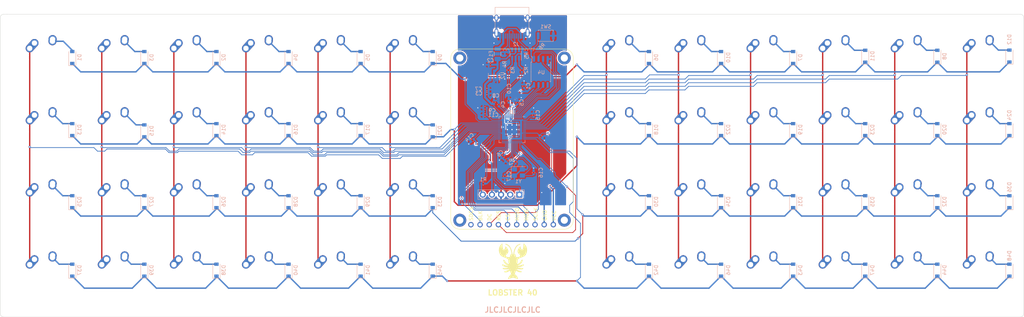
<source format=kicad_pcb>
(kicad_pcb (version 20211014) (generator pcbnew)
  (layers (0 "F.Cu" signal) (31 "B.Cu" signal) (34 "B.Paste" user) (35 "F.Paste" user) (36 "B.SilkS" user "B.Silkscreen") (37 "F.SilkS" user "F.Silkscreen") (38 "B.Mask" user) (39 "F.Mask" user) (44 "Edge.Cuts" user))
  (net 0 "")
  (net 1 "+3V3")
  (net 2 "GND")
  (net 3 "+5V")
  (net 4 "+1V1")
  (net 5 "CLK_IN")
  (net 6 "r0")
  (net 7 "Net-(D1-Pad2)")
  (net 8 "Net-(D2-Pad2)")
  (net 9 "Net-(D3-Pad2)")
  (net 10 "Net-(D4-Pad2)")
  (net 11 "Net-(D5-Pad2)")
  (net 12 "Net-(D6-Pad2)")
  (net 13 "Net-(D7-Pad2)")
  (net 14 "Net-(D8-Pad2)")
  (net 15 "Net-(D9-Pad2)")
  (net 16 "Net-(D10-Pad2)")
  (net 17 "Net-(D11-Pad2)")
  (net 18 "Net-(D12-Pad2)")
  (net 19 "r1")
  (net 20 "Net-(D13-Pad2)")
  (net 21 "Net-(D14-Pad2)")
  (net 22 "Net-(D15-Pad2)")
  (net 23 "Net-(D16-Pad2)")
  (net 24 "Net-(D17-Pad2)")
  (net 25 "Net-(D18-Pad2)")
  (net 26 "Net-(D19-Pad2)")
  (net 27 "Net-(D20-Pad2)")
  (net 28 "Net-(D21-Pad2)")
  (net 29 "Net-(D22-Pad2)")
  (net 30 "Net-(D23-Pad2)")
  (net 31 "Net-(D24-Pad2)")
  (net 32 "r2")
  (net 33 "Net-(D25-Pad2)")
  (net 34 "Net-(D26-Pad2)")
  (net 35 "Net-(D27-Pad2)")
  (net 36 "Net-(D28-Pad2)")
  (net 37 "Net-(D29-Pad2)")
  (net 38 "Net-(D30-Pad2)")
  (net 39 "Net-(D31-Pad2)")
  (net 40 "Net-(D32-Pad2)")
  (net 41 "Net-(D33-Pad2)")
  (net 42 "Net-(D34-Pad2)")
  (net 43 "Net-(D35-Pad2)")
  (net 44 "Net-(D36-Pad2)")
  (net 45 "r3")
  (net 46 "Net-(D37-Pad2)")
  (net 47 "Net-(D38-Pad2)")
  (net 48 "Net-(D39-Pad2)")
  (net 49 "Net-(D40-Pad2)")
  (net 50 "Net-(D41-Pad2)")
  (net 51 "Net-(D42-Pad2)")
  (net 52 "Net-(D43-Pad2)")
  (net 53 "Net-(D44-Pad2)")
  (net 54 "Net-(D45-Pad2)")
  (net 55 "Net-(D46-Pad2)")
  (net 56 "Net-(D47-Pad2)")
  (net 57 "Net-(D48-Pad2)")
  (net 58 "VBUS")
  (net 59 "SWCLK")
  (net 60 "SWD")
  (net 61 "RESET")
  (net 62 "Net-(J2-PadA5)")
  (net 63 "USB_DP")
  (net 64 "USB_DN")
  (net 66 "Net-(J2-PadB5)")
  (net 68 "c0")
  (net 69 "c1")
  (net 70 "c2")
  (net 71 "c3")
  (net 72 "c4")
  (net 73 "c5")
  (net 74 "c6")
  (net 75 "c7")
  (net 76 "c8")
  (net 77 "c9")
  (net 78 "c10")
  (net 79 "c11")
  (net 80 "Net-(R2-Pad1)")
  (net 81 "DP")
  (net 82 "Net-(R3-Pad1)")
  (net 83 "DN")
  (net 84 "/~{BOOTSEL}")
  (net 85 "QSPI_SS")
  (net 86 "CLK_OUT")
  (net 94 "QSPI_SD3")
  (net 95 "QSPI_SCLK")
  (net 96 "QSPI_SD0")
  (net 97 "QSPI_SD2")
  (net 98 "QSPI_SD1")
  (net 99 "LCD_SCK")
  (net 100 "LCD_TX")
  (net 101 "LCD_RX")
  (net 102 "LCD_CS")
  (net 103 "LCD_RESET")
  (net 104 "LCD_DC")
  (net 105 "LCD_BACKLT")
  (net 106 "LCD_SDSEL")
  (net 107 "Net-(C17-Pad2)")
  (footprint "MX_Alps_Hybrid:MX-1U-NoLED" (layer "F.Cu") (at 90 70)
    (fp_text reference "MX26")
    (fp_text value "MX-NoLED")
  )
  (footprint "MX_Alps_Hybrid:MX-1U-NoLED" (layer "F.Cu") (at 130 90)
    (fp_text reference "MX41")
    (fp_text value "MX-NoLED")
  )
  (footprint "MX_Alps_Hybrid:MX-1U-NoLED" (layer "F.Cu") (at 310 50)
    (fp_text reference "MX24")
    (fp_text value "MX-NoLED")
  )
  (footprint "MX_Alps_Hybrid:MX-1U-NoLED" (layer "F.Cu") (at 310 90)
    (fp_text reference "MX48")
    (fp_text value "MX-NoLED")
  )
  (footprint "MX_Alps_Hybrid:MX-1U-NoLED" (layer "F.Cu") (at 310 70)
    (fp_text reference "MX36")
    (fp_text value "MX-NoLED")
  )
  (footprint "MX_Alps_Hybrid:MX-1U-NoLED" (layer "F.Cu") (at 290 30)
    (fp_text reference "MX8")
    (fp_text value "MX-NoLED")
  )
  (footprint "MX_Alps_Hybrid:MX-1U-NoLED" (layer "F.Cu") (at 210 30)
    (fp_text reference "MX6")
    (fp_text value "MX-NoLED")
  )
  (footprint "MX_Alps_Hybrid:MX-1U-NoLED" (layer "F.Cu") (at 130 70)
    (fp_text reference "MX29")
    (fp_text value "MX-NoLED")
  )
  (footprint "MX_Alps_Hybrid:MX-1U-NoLED" (layer "F.Cu") (at 70 50)
    (fp_text reference "MX15")
    (fp_text value "MX-NoLED")
  )
  (footprint "MX_Alps_Hybrid:MX-1U-NoLED" (layer "F.Cu") (at 210 90)
    (fp_text reference "MX42")
    (fp_text value "MX-NoLED")
  )
  (footprint "MX_Alps_Hybrid:MX-1U-NoLED" (layer "F.Cu") (at 110 30)
    (fp_text reference "MX4")
    (fp_text value "MX-NoLED")
  )
  (footprint "MX_Alps_Hybrid:MX-1U-NoLED" (layer "F.Cu") (at 50 70)
    (fp_text reference "MX25")
    (fp_text value "MX-NoLED")
  )
  (footprint "MX_Alps_Hybrid:MX-1U-NoLED" (layer "F.Cu") (at 250 90)
    (fp_text reference "MX43")
    (fp_text value "MX-NoLED")
  )
  (footprint "LOGO" (layer "F.Cu") (at 180.18125 86.51875)
    (fp_text reference "G***" hide)
    (fp_text value "LOGO" hide)
  )
  (footprint "MX_Alps_Hybrid:MX-1U-NoLED" (layer "F.Cu") (at 290 50)
    (fp_text reference "MX20")
    (fp_text value "MX-NoLED")
  )
  (footprint "MX_Alps_Hybrid:MX-1U-NoLED" (layer "F.Cu") (at 230 70)
    (fp_text reference "MX34")
    (fp_text value "MX-NoLED")
  )
  (footprint "MX_Alps_Hybrid:MX-1U-NoLED" (layer "F.Cu") (at 90 30)
    (fp_text reference "MX2")
    (fp_text value "MX-NoLED")
  )
  (footprint "MX_Alps_Hybrid:MX-1U-NoLED" (layer "F.Cu") (at 270 50)
    (fp_text reference "MX23")
    (fp_text value "MX-NoLED")
  )
  (footprint "MX_Alps_Hybrid:MX-1U-NoLED" (layer "F.Cu") (at 250 50)
    (fp_text reference "MX19")
    (fp_text value "MX-NoLED")
  )
  (footprint "MX_Alps_Hybrid:MX-1U-NoLED" (layer "F.Cu") (at 230 30)
    (fp_text reference "MX10")
    (fp_text value "MX-NoLED")
  )
  (footprint "MX_Alps_Hybrid:MX-1U-NoLED" (layer "F.Cu") (at 230 90)
    (fp_text reference "MX46")
    (fp_text value "MX-NoLED")
  )
  (footprint "MX_Alps_Hybrid:MX-1U-NoLED" (layer "F.Cu") (at 110 90)
    (fp_text reference "MX40")
    (fp_text value "MX-NoLED")
  )
  (footprint "MX_Alps_Hybrid:MX-1U-NoLED" (layer "F.Cu") (at 90 90)
    (fp_text reference "MX38")
    (fp_text value "MX-NoLED")
  )
  (footprint "MX_Alps_Hybrid:MX-1U-NoLED" (layer "F.Cu") (at 70 90)
    (fp_text reference "MX39")
    (fp_text value "MX-NoLED")
  )
  (footprint "MX_Alps_Hybrid:MX-1U-NoLED" (layer "F.Cu") (at 150 50)
    (fp_text reference "MX21")
    (fp_text value "MX-NoLED")
  )
  (footprint "MX_Alps_Hybrid:MX-1U-NoLED" (layer "F.Cu") (at 110 70)
    (fp_text reference "MX28")
    (fp_text value "MX-NoLED")
  )
  (footprint "MountingHole:MountingHole_2.2mm_M2" (layer "F.Cu") (at 60.08245 80.127905)
    (fp_text reference "MH2" hide)
    (fp_text value "MountingHole_2.2mm_M2")
  )
  (footprint "MX_Alps_Hybrid:MX-1U-NoLED" (layer "F.Cu") (at 210 70)
    (fp_text reference "MX30")
    (fp_text value "MX-NoLED")
  )
  (footprint "MX_Alps_Hybrid:MX-1U-NoLED" (layer "F.Cu") (at 50 30)
    (fp_text reference "MX1")
    (fp_text value "MX-NoLED")
  )
  (footprint "MX_Alps_Hybrid:MX-1U-NoLED" (layer "F.Cu") (at 70 70)
    (fp_text reference "MX27")
    (fp_text value "MX-NoLED")
  )
  (footprint "MX_Alps_Hybrid:MX-1U-NoLED" (layer "F.Cu") (at 50 50)
    (fp_text reference "MX13")
    (fp_text value "MX-NoLED")
  )
  (footprint "MX_Alps_Hybrid:MX-1U-NoLED" (layer "F.Cu") (at 250 30)
    (fp_text reference "MX7")
    (fp_text value "MX-NoLED")
  )
  (footprint "MX_Alps_Hybrid:MX-1U-NoLED" (layer "F.Cu") (at 270 90)
    (fp_text reference "MX47")
    (fp_text value "MX-NoLED")
  )
  (footprint "MX_Alps_Hybrid:MX-1U-NoLED" (layer "F.Cu") (at 130 50)
    (fp_text reference "MX17")
    (fp_text value "MX-NoLED")
  )
  (footprint "MX_Alps_Hybrid:MX-1U-NoLED" (layer "F.Cu") (at 270 30)
    (fp_text reference "MX11")
    (fp_text value "MX-NoLED")
  )
  (footprint "MX_Alps_Hybrid:MX-1U-NoLED" (layer "F.Cu") (at 150 70)
    (fp_text reference "MX33")
    (fp_text value "MX-NoLED")
  )
  (footprint "MX_Alps_Hybrid:MX-1U-NoLED" (layer "F.Cu") (at 150 30)
    (fp_text reference "MX9")
    (fp_text value "MX-NoLED")
  )
  (footprint "MX_Alps_Hybrid:MX-1U-NoLED" (layer "F.Cu") (at 290 70)
    (fp_text reference "MX32")
    (fp_text value "MX-NoLED")
  )
  (footprint "MountingHole:MountingHole_2.2mm_M2" (layer "F.Cu") (at 60.020468 40.059416)
    (fp_text reference "MH1" hide)
    (fp_text value "MountingHole_2.2mm_M2")
  )
  (footprint "MX_Alps_Hybrid:MX-1U-NoLED" (layer "F.Cu") (at 230 50)
    (fp_text reference "MX22")
    (fp_text value "MX-NoLED")
  )
  (footprint "MX_Alps_Hybrid:MX-1U-NoLED" (layer "F.Cu") (at 250 70)
    (fp_text reference "MX31")
    (fp_text value "MX-NoLED")
  )
  (footprint "MX_Alps_Hybrid:MX-1U-NoLED" (layer "F.Cu") (at 90 50)
    (fp_text reference "MX14")
    (fp_text value "MX-NoLED")
  )
  (footprint "MX_Alps_Hybrid:MX-1U-NoLED" (layer "F.Cu") (at 50 90)
    (fp_text reference "MX37")
    (fp_text value "MX-NoLED")
  )
  (footprint "MX_Alps_Hybrid:MX-1U-NoLED" (layer "F.Cu") (at 270 70)
    (fp_text reference "MX35")
    (fp_text value "MX-NoLED")
  )
  (footprint "MX_Alps_Hybrid:MX-1U-NoLED" (layer "F.Cu") (at 70 30)
    (fp_text reference "MX3")
    (fp_text value "MX-NoLED")
  )
  (footprint "MountingHole:MountingHole_2.2mm_M2" (layer "F.Cu") (at 300.053269 40.035347)
    (fp_text reference "MH3" hide)
    (fp_text value "MountingHole_2.2mm_M2")
  )
  (footprint "MX_Alps_Hybrid:MX-1U-NoLED" (layer "F.Cu") (at 130 30)
    (fp_text reference "MX5")
    (fp_text value "MX-NoLED")
  )
  (footprint "MountingHole:MountingHole_2.2mm_M2" (layer "F.Cu") (at 300.197103 80.347814)
    (fp_text reference "MH4" hide)
    (fp_text value "MountingHole_2.2mm_M2")
  )
  (footprint "MX_Alps_Hybrid:MX-1U-NoLED" (layer "F.Cu") (at 290 90)
    (fp_text reference "MX44")
    (fp_text value "MX-NoLED")
  )
  (footprint "MX_Alps_Hybrid:MX-1U-NoLED" (layer "F.Cu") (at 210 50)
    (fp_text reference "MX18")
    (fp_text value "MX-NoLED")
  )
  (footprint "Footprints:DFR0928" (layer "F.Cu") (at 197.015956 27.6446 180)
    (fp_text reference "U5" hide)
    (fp_text value "ST7735S_1.8inch")
  )
  (footprint "MX_Alps_Hybrid:MX-1U-NoLED" (layer "F.Cu") (at 110 50)
    (fp_text reference "MX16")
    (fp_text value "MX-NoLED")
  )
  (footprint "MX_Alps_Hybrid:MX-1U-NoLED" (layer "F.Cu") (at 310 30)
    (fp_text reference "MX12")
    (fp_text value "MX-NoLED")
  )
  (footprint "MX_Alps_Hybrid:MX-1U-NoLED" (layer "F.Cu") (at 150 90)
    (fp_text reference "MX45")
    (fp_text value "MX-NoLED")
  )
  (footprint "Diode_SMD:D_SOD-123" (layer "B.Cu") (at 218 30 90)
    (fp_text reference "D6")
    (fp_text value "D_Small")
  )
  (footprint "Diode_SMD:D_SOD-123" (layer "B.Cu") (at 78 89 90)
    (fp_text reference "D39")
    (fp_text value "D_Small")
  )
  (footprint "Capacitor_SMD:C_0402_1005Metric" (layer "B.Cu") (at 186 46 90)
    (fp_text reference "C15")
    (fp_text value "100nF")
  )
  (footprint "Capacitor_SMD:C_0402_1005Metric" (layer "B.Cu") (at 177.527016 57.438072 -135)
    (fp_text reference "C6")
    (fp_text value "100nF")
  )
  (footprint "Diode_SMD:D_SOD-123" (layer "B.Cu") (at 158 50.35 90)
    (fp_text reference "D21")
    (fp_text value "D_Small")
  )
  (footprint "Diode_SMD:D_SOD-123" (layer "B.Cu") (at 118 50 90)
    (fp_text reference "D16")
    (fp_text value "D_Small")
  )
  (footprint "Diode_SMD:D_SOD-123" (layer "B.Cu") (at 238 50 90)
    (fp_text reference "D22")
    (fp_text value "D_Small")
  )
  (footprint "Capacitor_SMD:C_0402_1005Metric" (layer "B.Cu") (at 174 32 180)
    (fp_text reference "C2")
    (fp_text value "1uF")
  )
  (footprint "Fuse:Fuse_1206_3216Metric" (layer "B.Cu") (at 176 29 -90)
    (fp_text reference "F1")
    (fp_text value "500mA")
  )
  (footprint "Diode_SMD:D_SOD-123" (layer "B.Cu") (at 278 50 90)
    (fp_text reference "D23")
    (fp_text value "D_Small")
  )
  (footprint "Resistor_SMD:R_0402_1005Metric" (layer "B.Cu") (at 182.73739 33.515716 90)
    (fp_text reference "R2")
    (fp_text value "27R")
  )
  (footprint "Crystal:Crystal_SMD_3225-4Pin_3.2x2.5mm" (layer "B.Cu") (at 181.76875 61.9125)
    (fp_text reference "Y1")
    (fp_text value "12MHz")
  )
  (footprint "Capacitor_SMD:C_0402_1005Metric" (layer "B.Cu") (at 183.33394 37.963199 90)
    (fp_text reference "C1")
    (fp_text value "100nF")
  )
  (footprint "Diode_SMD:D_SOD-123" (layer "B.Cu") (at 258 70 90)
    (fp_text reference "D31")
    (fp_text value "D_Small")
  )
  (footprint "Diode_SMD:D_SOD-123" (layer "B.Cu") (at 218 50 90)
    (fp_text reference "D18")
    (fp_text value "D_Small")
  )
  (footprint "Resistor_SMD:R_0402_1005Metric" (layer "B.Cu") (at 185.674175 27.754855 -135)
    (fp_text reference "R6")
    (fp_text value "1k")
  )
  (footprint "Capacitor_SMD:C_0402_1005Metric" (layer "B.Cu") (at 181.5 42.5 90)
    (fp_text reference "C5")
    (fp_text value "100nF")
  )
  (footprint "Capacitor_SMD:C_0402_1005Metric" (layer "B.Cu") (at 172.519309 43.96482 180)
    (fp_text reference "C9")
    (fp_text value "100nF")
  )
  (footprint "Diode_SMD:D_SOD-123" (layer "B.Cu") (at 98 30 90)
    (fp_text reference "D2")
    (fp_text value "D_Small")
  )
  (footprint "Diode_SMD:D_SOD-123" (layer "B.Cu") (at 238 89 90)
    (fp_text reference "D46")
    (fp_text value "D_Small")
  )
  (footprint "Package_TO_SOT_SMD:SOT-23" (layer "B.Cu") (at 175 35 90)
    (fp_text reference "U2")
    (fp_text value "XC6206PxxxMR" hide)
  )
  (footprint "Capacitor_SMD:C_0402_1005Metric" (layer "B.Cu") (at 178 62.95 90)
    (fp_text reference "C17")
    (fp_text value "22pF")
  )
  (footprint "Diode_SMD:D_SOD-123" (layer "B.Cu") (at 138 89 90)
    (fp_text reference "D41")
    (fp_text value "D_Small")
  )
  (footprint "Diode_SMD:D_SOD-123" (layer "B.Cu") (at 278 29.65 90)
    (fp_text reference "D11")
    (fp_text value "D_Small")
  )
  (footprint "Diode_SMD:D_SOD-123" (layer "B.Cu") (at 258 30 90)
    (fp_text reference "D7")
    (fp_text value "D_Small")
  )
  (footprint "Diode_SMD:D_SOD-123" (layer "B.Cu") (at 238 30 90)
    (fp_text reference "D10")
    (fp_text value "D_Small")
  )
  (footprint "Resistor_SMD:R_0402_1005Metric" (layer "B.Cu") (at 172 65 180)
    (fp_text reference "R1")
    (fp_text value "1k")
  )
  (footprint "Diode_SMD:D_SOD-123" (layer "B.Cu") (at 98 50 90)
    (fp_text reference "D14")
    (fp_text value "D_Small")
  )
  (footprint "Diode_SMD:D_SOD-123" (layer "B.Cu") (at 138 50 90)
    (fp_text reference "D17")
    (fp_text value "D_Small")
  )
  (footprint "Diode_SMD:D_SOD-123" (layer "B.Cu") (at 78 70 90)
    (fp_text reference "D27")
    (fp_text value "D_Small")
  )
  (footprint "Capacitor_SMD:C_0402_1005Metric" (layer "B.Cu") (at 176.360627 43.058028 90)
    (fp_text reference "C4")
    (fp_text value "1uF")
  )
  (footprint "Diode_SMD:D_SOD-123" (layer "B.Cu") (at 298 70 90)
    (fp_text reference "D32")
    (fp_text value "D_Small")
  )
  (footprint "Diode_SMD:D_SOD-123" (layer "B.Cu") (at 218 89 90)
    (fp_text reference "D42")
    (fp_text value "D_Small")
  )
  (footprint "Diode_SMD:D_SOD-123" (layer "B.Cu") (at 58 30 90)
    (fp_text reference "D1")
    (fp_text value "D_Small")
  )
  (footprint "Diode_SMD:D_SOD-123" (layer "B.Cu") (at 318 70 90)
    (fp_text reference "D36")
    (fp_text value "D_Small")
  )
  (footprint "Button_Switch_SMD:SW_Push_SPST_NO_Alps_SKRK" (layer "B.Cu") (at 189.355943 23.974356 180)
    (fp_text reference "SW1")
    (fp_text value "BOOTSEL")
  )
  (footprint "Footprints:RP2040-QFN-56" (layer "B.Cu") (at 180 50 180)
    (fp_text reference "U1")
    (fp_text value "RP2040")
  )
  (footprint "Resistor_SMD:R_0402_1005Metric" (layer "B.Cu") (at 178 28 -90)
    (fp_text reference "R4")
    (fp_text value "5k1")
  )
  (footprint "Diode_SMD:D_SOD-123" (layer "B.Cu") (at 318 29.6 90)
    (fp_text reference "D12")
    (fp_text value "D_Small")
  )
  (footprint "Capacitor_SMD:C_0402_1005Metric" (layer "B.Cu") (at 174.977756 42.397592 90)
    (fp_text reference "C8")
    (fp_text value "1uF")
  )
  (footprint "Diode_SMD:D_SOD-123" (layer "B.Cu") (at 118 89 90)
    (fp_text reference "D40")
    (fp_text value "D_Small")
  )
  (footprint "Resistor_SMD:R_0402_1005Metric" (layer "B.Cu") (at 184 28 -90)
    (fp_text reference "R5")
    (fp_text value "5k1")
  )
  (footprint "Capacitor_SMD:C_0402_1005Metric" (layer "B.Cu") (at 169 53 -135)
    (fp_text reference "C14")
    (fp_text value "100nF")
  )
  (footprint "Diode_SMD:D_SOD-123" (layer "B.Cu") (at 58 70 90)
    (fp_text reference "D25")
    (fp_text value "D_Small")
  )
  (footprint "Connector_PinSocket_2.54mm:PinSocket_1x05_P2.54mm_Vertical" (layer "B.Cu") (at 182.05 68.05 90)
    (fp_text reference "J1" hide)
    (fp_text value "SWD")
  )
  (footprint "Capacitor_SMD:C_0402_1005Metric" (layer "B.Cu") (at 172.519309 45.96482 180)
    (fp_text reference "C11")
    (fp_text value "100nF")
  )
  (footprint "Diode_SMD:D_SOD-123" (layer "B.Cu") (at 278 89 90)
    (fp_text reference "D47")
    (fp_text value "D_Small")
  )
  (footprint "Diode_SMD:D_SOD-123" (layer "B.Cu") (at 218 70 90)
    (fp_text reference "D30")
    (fp_text value "D_Small")
  )
  (footprint "Diode_SMD:D_SOD-123" (layer "B.Cu") (at 78 50.35 90)
    (fp_text reference "D15")
    (fp_text value "D_Small")
  )
  (footprint "Diode_SMD:D_SOD-123" (layer "B.Cu") (at 98 70 90)
    (fp_text reference "D26")
    (fp_text value "D_Small")
  )
  (footprint "Diode_SMD:D_SOD-123" (layer "B.Cu") (at 258 89 90)
    (fp_text reference "D43")
    (fp_text value "D_Small")
  )
  (footprint "Capacitor_SMD:C_0402_1005Metric" (layer "B.Cu") (at 173.022474 39.98904)
    (fp_text reference "C3")
    (fp_text value "1uF")
  )
  (footprint "Diode_SMD:D_SOD-123" (layer "B.Cu") (at 118 30 90)
    (fp_text reference "D4")
    (fp_text value "D_Small")
  )
  (footprint "Diode_SMD:D_SOD-123" (layer "B.Cu") (at 258 50 90)
    (fp_text reference "D19")
    (fp_text value "D_Small")
  )
  (footprint "Capacitor_SMD:C_0402_1005Metric" (layer "B.Cu") (at 186 61.95 -90)
    (fp_text reference "C16")
    (fp_text value "22pF")
  )
  (footprint "Diode_SMD:D_SOD-123" (layer "B.Cu") (at 298 29.65 90)
    (fp_text reference "D8")
    (fp_text value "D_Small")
  )
  (footprint "Diode_SMD:D_SOD-123" (layer "B.Cu") (at 158 70 90)
    (fp_text reference "D33")
    (fp_text value "D_Small")
  )
  (footprint "Capacitor_SMD:C_0402_1005Metric" (layer "B.Cu") (at 178.595482 58.418446 -135)
    (fp_text reference "C13" hide)
    (fp_text value "100nF")
  )
  (footprint "Package_TO_SOT_SMD:SOT-23-6" (layer "B.Cu") (at 181 29 90)
    (fp_text reference "U4")
    (fp_text value "USBLC6-2SC6")
  )
  (footprint "Resistor_SMD:R_0402_1005Metric" (layer "B.Cu") (at 181 58.95 -90)
    (fp_text reference "R7")
    (fp_text value "1k")
  )
  (footprint "Diode_SMD:D_SOD-123" (layer "B.Cu") (at 298 89 90)
    (fp_text reference "D44")
    (fp_text value "D_Small")
  )
  (footprint "Diode_SMD:D_SOD-123" (layer "B.Cu") (at 278 70 90)
    (fp_text reference "D35")
    (fp_text value "D_Small")
  )
  (footprint "Diode_SMD:D_SOD-123" (layer "B.Cu") (at 98 89 90)
    (fp_text reference "D38")
    (fp_text value "D_Small")
  )
  (footprint "Diode_SMD:D_SOD-123" (layer "B.Cu") (at 58 50 90)
    (fp_text reference "D13")
    (fp_text value "D_Small")
  )
  (footprint "Diode_SMD:D_SOD-123" (layer "B.Cu") (at 78 30 90)
    (fp_text reference "D3")
    (fp_text value "D_Small")
  )
  (footprint "Diode_SMD:D_SOD-123" (layer "B.Cu") (at 318 50 90)
    (fp_text reference "D24")
    (fp_text value "D_Small")
  )
  (footprint "Diode_SMD:D_SOD-123" (layer "B.Cu") (at 238 70 90)
    (fp_text reference "D34")
    (fp_text value "D_Small")
  )
  (footprint "Diode_SMD:D_SOD-123" (layer "B.Cu") (at 138 70 90)
    (fp_text reference "D29")
    (fp_text value "D_Small")
  )
  (footprint "Capacitor_SMD:C_0402_1005Metric" (layer "B.Cu") (at 179.078766 42.045442 90)
    (fp_text reference "C10")
    (fp_text value "100nF")
  )
  (footprint "Diode_SMD:D_SOD-123" (layer "B.Cu") (at 158 30 90)
    (fp_text reference "D9")
    (fp_text value "D_Small")
  )
  (footprint "Capacitor_SMD:C_0402_1005Metric" (layer "B.Cu") (at 173.0375 38.89375)
    (fp_text reference "C7")
    (fp_text value "10uF")
  )
  (footprint "Diode_SMD:D_SOD-123" (layer "B.Cu") (at 318 89 90)
    (fp_text reference "D48")
    (fp_text value "D_Small")
  )
  (footprint "Diode_SMD:D_SOD-123" (layer "B.Cu") (at 298 50 90)
    (fp_text reference "D20")
    (fp_text value "D_Small")
  )
  (footprint "Capacitor_SMD:C_0402_1005Metric" (layer "B.Cu") (at 188 52 -45)
    (fp_text reference "C12" hide)
    (fp_text value "100nF")
  )
  (footprint "Diode_SMD:D_SOD-123" (layer "B.Cu") (at 118 70 90)
    (fp_text reference "D28")
    (fp_text value "D_Small")
  )
  (footprint "Diode_SMD:D_SOD-123" (layer "B.Cu") (at 138 30 90)
    (fp_text reference "D5")
    (fp_text value "D_Small")
  )
  (footprint "Connector_USB:USB_C_Receptacle_HRO_TYPE-C-31-M-12" (layer "B.Cu") (at 180 20)
    (fp_text reference "J2")
    (fp_text value "USB_C_Receptacle_USB2.0")
  )
  (footprint "Diode_SMD:D_SOD-123" (layer "B.Cu") (at 158 89 90)
    (fp_text reference "D45")
    (fp_text value "D_Small")
  )
  (footprint "Diode_SMD:D_SOD-123" (layer "B.Cu") (at 58 89 90)
    (fp_text reference "D37")
    (fp_text value "D_Small")
  )
  (footprint "Resistor_SMD:R_0402_1005Metric" (layer "B.Cu") (at 179.006966 33.504238 90)
    (fp_text reference "R3")
    (fp_text value "27R")
  )
  (footprint "Package_SO:SOIC-8_5.23x5.23mm_P1.27mm" (layer "B.Cu") (at 188 34 -90)
    (fp_text reference "U3" hide)
    (fp_text value "W25Q128JVS")
  )
  (gr_line (start 39 18) (end 40 18) (layer "Edge.Cuts") (width 0.1))
  (gr_line (start 175 18) (end 40 18) (layer "Edge.Cuts") (width 0.1))
  (gr_line (start 185 18) (end 321 18) (layer "Edge.Cuts") (width 0.1))
  (gr_arc (start 322 101) (mid 321.707107 101.707107) (end 321 102) (layer "Edge.Cuts") (width 0.1))
  (gr_arc (start 38 19) (mid 38.292893 18.292893) (end 39 18) (layer "Edge.Cuts") (width 0.1))
  (gr_line (start 321 102) (end 39 102) (layer "Edge.Cuts") (width 0.1))
  (gr_line (start 322 101) (end 322 19) (layer "Edge.Cuts") (width 0.1))
  (gr_line (start 38 19) (end 38 100) (layer "Edge.Cuts") (width 0.1))
  (gr_line (start 38 100) (end 38 101) (layer "Edge.Cuts") (width 0.1))
  (gr_arc (start 321 18) (mid 321.707107 18.292893) (end 322 19) (layer "Edge.Cuts") (width 0.1))
  (gr_arc (start 39 102) (mid 38.292893 101.707107) (end 38 101) (layer "Edge.Cuts") (width 0.1))
  (gr_line (start 175 18) (end 185 18) (layer "Edge.Cuts") (width 0.1))
  (gr_text "JLCJLCJLCJLC" (at 180.18125 100.0125) (layer "B.SilkS") (effects (font (size 1.5 1.5) (thickness 0.3))))
  (gr_text "LOBSTER 40" (at 180.18125 95.25) (layer "F.SilkS") (effects (font (size 1.5 1.5) (thickness 0.3))))
  (segment (start 172 55) (end 171 54) (width 0.381) (layer "F.Cu") (net 1))
  (segment (start 177.602214 46.197786) (end 177.602214 49.324478) (width 0.2) (layer "F.Cu") (net 1))
  (segment (start 179.4 44.4) (end 177.602214 46.197786) (width 0.2) (layer "F.Cu") (net 1))
  (segment (start 174 57) (end 174 59) (width 0.381) (layer "F.Cu") (net 1))
  (segment (start 191 65.205369) (end 191 52) (width 0.2) (layer "F.Cu") (net 1))
  (segment (start 171 54) (end 170 54) (width 0.381) (layer "F.Cu") (net 1))
  (segment (start 191 52) (end 190 51) (width 0.2) (layer "F.Cu") (net 1))
  (segment (start 180 41.888367) (end 182.437772 39.450595) (width 0.6) (layer "F.Cu") (net 1))
  (segment (start 180 43) (end 180 41.888367) (width 0.6) (layer "F.Cu") (net 1))
  (segment (start 172 55) (end 174 57) (width 0.381) (layer "F.Cu") (net 1))
  (segment (start 190.492728 65.712641) (end 191 65.205369) (width 0.2) (layer "F.Cu") (net 1))
  (via (at 190.492728 65.712641) (size 0.6) (drill 0.3) (layers "F.Cu" "B.Cu") (net 1))
  (via (at 179.4 44.4) (size 0.6) (drill 0.3) (layers "F.Cu" "B.Cu") (net 1))
  (via (at 177.602214 49.324478) (size 0.6) (drill 0.3) (layers "F.Cu" "B.Cu") (net 1))
  (via (at 182.437772 39.450595) (size 0.6) (drill 0.3) (layers "F.Cu" "B.Cu") (net 1))
  (via (at 190 51) (size 0.6) (drill 0.3) (layers "F.Cu" "B.Cu") (net 1))
  (via (at 170 54) (size 0.6) (drill 0.3) (layers "F.Cu" "B.Cu") (net 1))
  (via (at 180 43) (size 0.6) (drill 0.3) (layers "F.Cu" "B.Cu") (net 1))
  (via (at 174 59) (size 0.6) (drill 0.3) (layers "F.Cu" "B.Cu") (net 1))
  (segment (start 172.5575 39.9625) (end 172.52 40) (width 0.6) (layer "B.Cu") (net 1))
  (segment (start 185 51) (end 187 51) (width 0.2) (layer "B.Cu") (net 1))
  (segment (start 176.5625 51) (end 177.382782 51) (width 0.2) (layer "B.Cu") (net 1))
  (segment (start 174 36) (end 172.52 37.48) (width 0.6) (layer "B.Cu") (net 1))
  (segment (start 187.660589 51.660589) (end 188.321178 51) (width 0.2) (layer "B.Cu") (net 1))
  (segment (start 170 53.321178) (end 169.339411 52.660589) (width 0.381) (layer "B.Cu") (net 1))
  (segment (start 177.8 46.5625) (end 177.8 46.28) (width 0.2) (layer "B.Cu") (net 1))
  (segment (start 180.121434 47.417875) (end 182.564266 47.417875) (width 0.2) (layer "B.Cu") (net 1))
  (segment (start 177.4 45.88) (end 174.977756 43.457756) (width 0.2) (layer "B.Cu") (net 1))
  (segment (start 187 51) (end 187.660589 51.660589) (width 0.2) (layer "B.Cu") (net 1))
  (segment (start 174.329024 42.877592) (end 174.977756 42.877592) (width 0.6) (layer "B.Cu") (net 1))
  (segment (start 177.8 46.5625) (end 177.8 47) (width 0.2) (layer "B.Cu") (net 1))
  (segment (start 183.33394 38.54013) (end 184.244405 39.450595) (width 0.381) (layer "B.Cu") (net 1))
  (segment (start 179.8 53.4375) (end 179.8 52.899196) (width 0.2) (layer "B.Cu") (net 1))
  (segment (start 177.4 47.4) (end 176.5625 47.4) (width 0.2) (layer "B.Cu") (net 1))
  (segment (start 182.582141 47.4) (end 182.542926 47.439215) (width 0.2) (layer "B.Cu") (net 1))
  (segment (start 179.4 42.846676) (end 179.078766 42.525442) (width 0.2) (layer "B.Cu") (net 1))
  (segment (start 179.4 46.030025) (end 179.4 45.6) (width 0.2) (layer "B.Cu") (net 1))
  (segment (start 179.8 46.5625) (end 179.8 45.8) (width 0.2) (layer "B.Cu") (net 1))
  (segment (start 182.437772 39.450595) (end 184.244405 39.450595) (width 0.6) (layer "B.Cu") (net 1))
  (segment (start 176.5625 47.4) (end 174.434489 47.4) (width 0.2) (layer "B.Cu") (net 1))
  (segment (start 191.465956 76.3746) (end 191.465956 66.685869) (width 0.381) (layer "B.Cu") (net 1))
  (segment (start 179.8 53.4375) (end 179.8 57.213928) (width 0.2) (layer "B.Cu") (net 1))
  (segment (start 179.8 47.096397) (end 179.8 46.5625) (width 0.2) (layer "B.Cu") (net 1))
  (segment (start 185 46.48) (end 184.08 47.4) (width 0.2) (layer "B.Cu") (net 1))
  (segment (start 183.4375 51) (end 182.624358 51) (width 0.2) (layer "B.Cu") (net 1))
  (segment (start 172.5575 38.89375) (end 172.5575 39.974014) (width 0.6) (layer "B.Cu") (net 1))
  (segment (start 172.52 38.85625) (end 172.5575 38.89375) (width 0.6) (layer "B.Cu") (net 1))
  (segment (start 183.4375 51) (end 185 51) (width 0.2) (layer "B.Cu") (net 1))
  (segment (start 179.8 52.899196) (end 180.211675 52.487521) (width 0.2) (layer "B.Cu") (net 1))
  (segment (start 182.510782 51.113576) (end 182.624358 51) (width 0.2) (layer "B.Cu") (net 1))
  (segment (start 191.465956 66.685869) (end 190.492728 65.712641) (width 0.381) (layer "B.Cu") (net 1))
  (segment (start 179.4 46.5625) (end 179.4 46.696614) (width 0.2) (layer "B.Cu") (net 1))
  (segment (start 172.542474 41.091042) (end 174.329024 42.877592) (width 0.6) (layer "B.Cu") (net 1))
  (segment (start 179.4 43.6) (end 180 43) (width 0.2) (layer "B.Cu") (net 1))
  (segment (start 177.4 46.5625) (end 177.4 45.88) (width 0.2) (layer "B.Cu") (net 1))
  (segment (start 172.5575 39.974014) (end 172.542474 39.98904) (width 0.6) (layer "B.Cu") (net 1))
  (segment (start 184.244405 39.450595) (end 186.095 37.6) (width 0.6) (layer "B.Cu") (net 1))
  (segment (start 174.977756 43.457756) (end 174.977756 42.877592) (width 0.2) (layer "B.Cu") (net 1))
  (segment (start 179.4 45.4) (end 179.4 44.4) (width 0.2) (layer "B.Cu") (net 1))
  (segment (start 188.321178 51) (end 190 51) (width 0.2) (layer "B.Cu") (net 1))
  (segment (start 179.4 46.5625) (end 179.4 46.030025) (width 0.2) (layer "B.Cu") (net 1))
  (segment (start 177.382782 49.54391) (end 177.602214 49.324478) (width 0.2) (layer "B.Cu") (net 1))
  (segment (start 182.624358 51) (end 182.542926 50.918568) (width 0.2) (layer "B.Cu") (net 1))
  (segment (start 182.564266 47.417875) (end 182.582141 47.4) (width 0.2) (layer "B.Cu") (net 1))
  (segment (start 174.434489 47.4) (end 172.999309 45.96482) (width 0.2) (layer "B.Cu") (net 1))
  (segment (start 170 54) (end 170 53.321178) (width 0.381) (layer "B.Cu") (net 1))
  (segment (start 179.4 46.5625) (end 179.4 46.696397) (width 0.2) (layer "B.Cu") (net 1))
  (segment (start 179.8 47.096441) (end 180.121434 47.417875) (width 0.2) (layer "B.Cu") (net 1))
  (segment (start 183.33394 38.443199) (end 183.33394 38.54013) (width 0.381) (layer "B.Cu") (net 1))
  (segment (start 171 51) (end 169.339411 52.660589) (width 0.2) (layer "B.Cu") (net 1))
  (segment (start 179.4 46.696397) (end 179.8 47.096397) (width 0.2) (layer "B.Cu") (net 1))
  (segment (start 174.43 63.57) (end 174.43 68.05) (width 0.381) (layer "B.Cu") (net 1))
  (segment (start 179.8 45.8) (end 179.6 45.6) (width 0.2) (layer "B.Cu") (net 1))
  (segment (start 182.510782 52.184193) (end 182.510782 51.113576) (width 0.2) (layer "B.Cu") (net 1))
  (segment (start 177.8 47) (end 177.4 47.4) (width 0.2) (layer "B.Cu") (net 1))
  (segment (start 179.8 47.096397) (end 179.8 47.096441) (width 0.2) (layer "B.Cu") (net 1))
  (segment (start 176.5625 51) (end 171 51) (width 0.2) (layer "B.Cu") (net 1))
  (segment (start 179.8 57.213928) (end 178.934893 58.079035) (width 0.2) (layer "B.Cu") (net 1))
  (segment (start 172.51 65) (end 173 65) (width 0.381) (layer "B.Cu") (net 1))
  (segment (start 183.4375 47.4) (end 184.08 47.4) (width 0.2) (layer "B.Cu") (net 1))
  (segment (start 179.4 45.6) (end 179.4 45.4) (width 0.2) (layer "B.Cu") (net 1))
  (segment (start 174 59) (end 174.43 59.43) (width 0.381) (layer "B.Cu") (net 1))
  (segment (start 173 65) (end 174.43 63.57) (width 0.381) (layer "B.Cu") (net 1))
  (segment (start 182.542926 50.918568) (end 182.542926 47.439215) (width 0.2) (layer "B.Cu") (net 1))
  (segment (start 174.43 59.43) (end 174.43 63.57) (width 0.381) (layer "B.Cu") (net 1))
  (segment (start 172.52 37.48) (end 172.52 38.85625) (width 0.6) (layer "B.Cu") (net 1))
  (segment (start 177.8 46.28) (end 177.4 45.88) (width 0.2) (layer "B.Cu") (net 1))
  (segment (start 177.382782 51) (end 177.382782 49.54391) (width 0.2) (layer "B.Cu") (net 1))
  (segment (start 183.4375 47.4) (end 182.582141 47.4) (width 0.2) (layer "B.Cu") (net 1))
  (segment (start 179.4 44.4) (end 179.4 43.6) (width 0.2) (layer "B.Cu") (net 1))
  (segment (start 186 46.48) (end 185 46.48) (width 0.2) (layer "B.Cu") (net 1))
  (segment (start 182.207454 52.487521) (end 182.510782 52.184193) (width 0.2) (layer "B.Cu") (net 1))
  (segment (start 177.4 46.5625) (end 177.4 47.4) (width 0.2) (layer "B.Cu") (net 1))
  (segment (start 172.542474 39.98904) (end 172.542474 41.091042) (width 0.6) (layer "B.Cu") (net 1))
  (segment (start 179.6 45.6) (end 179.4 45.6) (width 0.2) (layer "B.Cu") (net 1))
  (segment (start 172.999309 43.96482) (end 172.999309 45.96482) (width 0.381) (layer "B.Cu") (net 1))
  (segment (start 179.4 43.6) (end 179.4 42.846676) (width 0.2) (layer "B.Cu") (net 1))
  (segment (start 180.211675 52.487521) (end 182.207454 52.487521) (width 0.2) (layer "B.Cu") (net 1))
  (segment (start 178.725 48.725) (end 180 48.725) (width 0.635) (layer "F.Cu") (net 2))
  (segment (start 178.725 50) (end 180 50) (width 0.635) (layer "F.Cu") (net 2))
  (segment (start 180 50) (end 180 48.725) (width 0.635) (layer "F.Cu") (net 2))
  (segment (start 180 51.275) (end 178.725 51.275) (width 0.635) (layer "F.Cu") (net 2))
  (segment (start 181.275 48.725) (end 181.275 50) (width 0.635) (layer "F.Cu") (net 2))
  (segment (start 181.275 51.275) (end 181.275 50) (width 0.635) (layer "F.Cu") (net 2))
  (segment (start 181.275 48.725) (end 180 48.725) (width 0.635) (layer "F.Cu") (net 2))
  (segment (start 178.725 48.725) (end 178.725 50) (width 0.635) (layer "F.Cu") (net 2))
  (segment (start 178.725 51.275) (end 178.725 50) (width 0.635) (layer "F.Cu") (net 2))
  (segment (start 181.275 51.275) (end 180 51.275) (width 0.635) (layer "F.Cu") (net 2))
  (segment (start 180 50) (end 181.275 50) (width 0.635) (layer "F.Cu") (net 2))
  (segment (start 180 51.275) (end 180 50) (width 0.635) (layer "F.Cu") (net 2))
  (via (at 186 60.6905) (size 0.6) (drill 0.3) (layers "F.Cu" "B.Cu") (net 2))
  (via (at 178.180533 32.12685) (size 0.6) (drill 0.3) (layers "F.Cu" "B.Cu") (net 2))
  (via (at 183.735996 32.12685) (size 0.6) (drill 0.3) (layers "F.Cu" "B.Cu") (net 2))
  (via (at 186 44) (size 0.6) (drill 0.3) (layers "F.Cu" "B.Cu") (net 2))
  (via (at 178 36) (size 0.6) (drill 0.3) (layers "F.Cu" "B.Cu") (net 2))
  (via (at 178.088707 34.5258) (size 0.6) (drill 0.3) (layers "F.Cu" "B.Cu") (net 2))
  (via (at 183.35625 36.5125) (size 0.6) (drill 0.3) (layers "F.Cu" "B.Cu") (net 2))
  (via (at 170.519309 43.96482) (size 0.6) (drill 0.3) (layers "F.Cu" "B.Cu") (net 2))
  (via (at 175.49471 65.44551) (size 0.6) (drill 0.3) (layers "F.Cu" "B.Cu") (net 2))
  (via (at 175 26) (size 0.6) (drill 0.3) (layers "F.Cu" "B.Cu") (net 2))
  (via (at 175 41) (size 0.6) (drill 0.3) (layers "F.Cu" "B.Cu") (net 2))
  (via (at 178 64.95) (size 0.6) (drill 0.3) (layers "F.Cu" "B.Cu") (net 2))
  (via (at 185 26) (size 0.6) (drill 0.3) (layers "F.Cu" "B.Cu") (net 2))
  (via (at 182.573112 41.123942) (size 0.6) (drill 0.3) (layers "F.Cu" "B.Cu") (net 2))
  (via (at 183.667127 34.560235) (size 0.6) (drill 0.3) (layers "F.Cu" "B.Cu") (net 2))
  (via (at 183.519121 29.581574) (size 0.6) (drill 0.3) (layers "F.Cu" "B.Cu") (net 2))
  (via (at 190.220903 32.114169) (size 0.6) (drill 0.3) (layers "F.Cu" "B.Cu") (net 2))
  (via (at 189 53) (size 0.6) (drill 0.3) (layers "F.Cu" "B.Cu") (net 2))
  (via (at 172 32) (size 0.6) (drill 0.3) (layers "F.Cu" "B.Cu") (net 2))
  (via (at 176.496018 58.472206) (size 0.6) (drill 0.3) (layers "F.Cu" "B.Cu") (net 2))
  (via (at 168 54) (size 0.6) (drill 0.3) (layers "F.Cu" "B.Cu") (net 2))
  (via (at 188.251083 67.472085) (size 0.6) (drill 0.3) (layers "F.Cu" "B.Cu") (net 2))
  (segment (start 186 44) (end 186 45.52) (width 0.381) (layer "B.Cu") (net 2))
  (segment (start 182.86875 61.0625) (end 182.61875 61.0625) (width 0.381) (layer "B.Cu") (net 2))
  (segment (start 181.876058 41.123942) (end 182.573112 41.123942) (width 0.381) (layer "B.Cu") (net 2))
  (segment (start 184.32 23.13) (end 184.165 23.13) (width 0.2) (layer "B.Cu") (net 2))
  (segment (start 174.977756 41.917592) (end 175.700191 41.917592) (width 0.381) (layer "B.Cu") (net 2))
  (segment (start 181 29.660618) (end 181.660618 29) (width 0.381) (layer "B.Cu") (net 2))
  (segment (start 181 53.4375) (end 181 56.384314) (width 0.2) (layer "B.Cu") (net 2))
  (segment (start 173.5175 38.89375) (end 173.5175 39.974014) (width 0.381) (layer "B.Cu") (net 2))
  (segment (start 175.700191 41.917592) (end 176.360627 42.578028) (width 0.381) (layer "B.Cu") (net 2))
  (segment (start 177.156607 57.811617) (end 176.496018 58.472206) (width 0.381) (layer "B.Cu") (net 2))
  (segment (start 186 60.6905) (end 186 61.47) (width 0.381) (layer "B.Cu") (net 2))
  (segment (start 175.835 23.13) (end 176.75 24.045) (width 0.2) (layer "B.Cu") (net 2))
  (segment (start 175.68 23.68) (end 176 24) (width 0.2) (layer "B.Cu") (net 2))
  (segment (start 184 26) (end 185 26) (width 0.381) (layer "B.Cu") (net 2))
  (segment (start 175 41) (end 175 41.895348) (width 0.381) (layer "B.Cu") (net 2))
  (segment (start 178.167979 58.757857) (end 177.187605 57.777483) (width 0.381) (layer "B.Cu") (net 2))
  (segment (start 178 63.43) (end 180.00125 63.43) (width 0.25) (layer "B.Cu") (net 2))
  (segment (start 181.5 42.02) (end 181.5 41.5) (width 0.381) (layer "B.Cu") (net 2))
  (segment (start 174.986004 41.013996) (end 175 41) (width 0.381) (layer "B.Cu") (net 2))
  (segment (start 178.256071 58.757857) (end 178.167979 58.757857) (width 0.381) (layer "B.Cu") (net 2))
  (segment (start 175.68 19.32) (end 176 19) (width 0.2) (layer "B.Cu") (net 2))
  (segment (start 180.00125 63.43) (end 180.66875 62.7625) (width 0.25) (layer "B.Cu") (net 2))
  (segment (start 176 26) (end 176.75 25.25) (width 0.381) (layer "B.Cu") (net 2))
  (segment (start 172 32) (end 173.52 32) (width 0.6) (layer "B.Cu") (net 2))
  (segment (start 190.220903 32.114169) (end 189.905 31.798266) (width 0.381) (layer "B.Cu") (net 2))
  (segment (start 173.5175 38.37) (end 175.95 35.9375) (width 0.381) (layer "B.Cu") (net 2))
  (segment (start 182.165686 57.55) (end 183.6 57.55) (width 0.2) (layer "B.Cu") (net 2))
  (segment (start 184 28.51) (end 184 29.100695) (width 0.381) (layer "B.Cu") (net 2))
  (segment (start 180.91875 62.7625) (end 180.66875 62.7625) (width 0.381) (layer "B.Cu") (net 2))
  (segment (start 173.5175 39.974014) (end 173.502474 39.98904) (width 0.381) (layer "B.Cu") (net 2))
  (segment (start 188.925956 68.146958) (end 188.925956 76.3746) (width 0.381) (layer "B.Cu") (net 2))
  (segment (start 179 41.52) (end 179.02 41.5) (width 0.381) (layer "B.Cu") (net 2))
  (segment (start 183 29) (end 183 29.062453) (width 0.381) (layer "B.Cu") (net 2))
  (segment (start 176.0125 36) (end 175.95 35.9375) (width 0.6) (layer "B.Cu") (net 2))
  (segment (start 182.61875 61.0625) (end 180.91875 62.7625) (width 0.381) (layer "B.Cu") (net 2))
  (segment (start 175.68 23.13) (end 175.835 23.13) (width 0.2) (layer "B.Cu") (net 2))
  (segment (start 178 63.43) (end 178 64.95) (width 0.25) (layer "B.Cu") (net 2))
  (segment (start 188.339411 52.339411) (end 189 53) (width 0.381) (layer "B.Cu") (net 2))
  (segment (start 183.25 25.25) (end 184 26) (width 0.381) (layer "B.Cu") (net 2))
  (segment (start 183.25 24.045) (end 183.25 25.25) (width 0.381) (layer "B.Cu") (net 2))
  (segment (start 170.519309 43.96482) (end 172.039309 43.96482) (width 0.381) (layer "B.Cu") (net 2))
  (segment (start 176.75 25.25) (end 176.75 24.045) (width 0.381) (layer "B.Cu") (net 2))
  (segment (start 181 56.384314) (end 182.165686 57.55) (width 0.2) (layer "B.Cu") (net 2))
  (segment (start 173.5175 38.89375) (end 173.5175 38.37) (width 0.381) (layer "B.Cu") (net 2))
  (segment (start 184.165 23.13) (end 183.25 24.045) (width 0.2) (layer "B.Cu") (net 2))
  (segment (start 175 26) (end 176 26) (width 0.381) (layer "B.Cu") (net 2))
  (segment (start 178 29.16875) (end 177.8 29.36875) (width 0.381) (layer "B.Cu") (net 2))
  (segment (start 178 36) (end 176.0125 36) (width 0.6) (layer "B.Cu") (net 2))
  (segment (start 183.35625 37.460889) (end 183.33394 37.483199) (width 0.381) (layer "B.Cu") (net 2))
  (segment (start 168 54) (end 168.660589 53.339411) (width 0.381) (layer "B.Cu") (net 2))
  (segment (start 183.35625 36.5125) (end 183.35625 37.460889) (width 0.381) (layer "B.Cu") (net 2))
  (segment (start 175 41.895348) (end 174.977756 41.917592) (width 0.381) (layer "B.Cu") (net 2))
  (segment (start 172.039309 43.96482) (end 172.039309 45.96482) (width 0.381) (layer "B.Cu") (net 2))
  (segment (start 188.251083 67.472085) (end 188.925956 68.146958) (width 0.381) (layer "B.Cu") (net 2))
  (segment (start 181 30.1375) (end 181 29.660618) (width 0.381) (layer "B.Cu") (net 2))
  (segment (start 175.49471 66.57471) (end 176.97 68.05) (width 0.381) (layer "B.Cu") (net 2))
  (segment (start 181.660618 29) (end 183 29) (width 0.381) (layer "B.Cu") (net 2))
  (segment (start 189.905 31.798266) (end 189.905 30.4) (width 0.381) (layer "B.Cu") (net 2))
  (segment (start 173.5175 39.9625) (end 173.48 40) (width 0.381) (layer "B.Cu") (net 2))
  (segment (start 178 28.51) (end 178 29.16875) (width 0.381) (layer "B.Cu") (net 2))
  (segment (start 175.49471 65.44551) (end 175.49471 66.57471) (width 0.381) (layer "B.Cu") (net 2))
  (segment (start 181.5 41.5) (end 179.144208 41.5) (width 0.381) (layer "B.Cu") (net 2))
  (segment (start 181.5 41.5) (end 181.876058 41.123942) (width 0.381) (layer "B.Cu") (net 2))
  (segment (start 183 29.062453) (end 183.519121 29.581574) (width 0.381) (layer "B.Cu") (net 2))
  (segment (start 186 59.95) (end 186 60.6905) (width 0.2) (layer "B.Cu") (net 2))
  (segment (start 175.68 23.13) (end 175.68 23.68) (width 0.2) (layer "B.Cu") (net 2))
  (segment (start 179.144208 41.5) (end 179.078766 41.565442) (width 0.381) (layer "B.Cu") (net 2))
  (segment (start 183.6 57.55) (end 186 59.95) (width 0.2) (layer "B.Cu") (net 2))
  (segment (start 186 60.6905) (end 186 60.95) (width 0.381) (layer "B.Cu") (net 2))
  (segment (start 184 29.100695) (end 183.519121 29.581574) (width 0.381) (layer "B.Cu") (net 2))
  (segment (start 176 32) (end 174.48 32) (width 0.6) (layer "B.Cu") (net 3))
  (segment (start 176 33.0625) (end 175 34.0625) (width 0.6) (layer "B.Cu") (net 3))
  (segment (start 181 27.8625) (end 181 28.661024) (width 0.381) (layer "B.Cu") (net 3))
  (segment (start 180.661024 29) (end 181 28.661024) (width 0.381) (layer "B.Cu") (net 3))
  (segment (start 178.360618 30.4) (end 176 30.4) (width 0.381) (layer "B.Cu") (net 3))
  (segment (start 176 33.0625) (end 176 32) (width 0.6) (layer "B.Cu") (net 3))
  (segment (start 176 32) (end 176 31) (width 0.6) (layer "B.Cu") (net 3))
  (segment (start 179.760618 29) (end 180.661024 29) (width 0.381) (layer "B.Cu") (net 3))
  (segment (start 179.760618 29) (end 178.360618 30.4) (width 0.381) (layer "B.Cu") (net 3))
  (segment (start 180.188356 46.832225) (end 179.181588 47.838993) (width 0.2) (layer "F.Cu") (net 4))
  (segment (start 179.399059 52.328303) (end 179.399059 53.600941) (width 0.2) (layer "F.Cu") (net 4))
  (segment (start 179.382115 52.0995) (end 179.382115 52.311359) (width 0.2) (layer "F.Cu") (net 4))
  (segment (start 179.181588 47.838993) (end 178.889817 47.838993) (width 0.2) (layer "F.Cu") (net 4))
  (segment (start 179.395412 55.901146) (end 178.824352 56.472206) (width 0.2) (layer "F.Cu") (net 4))
  (segment (start 178.824352 56.472206) (end 178.496018 56.472206) (width 0.2) (layer "F.Cu") (net 4))
  (segment (start 180.536802 43.644915) (end 180.188356 43.993361) (width 0.2) (layer "F.Cu") (net 4))
  (segment (start 180.188356 43.993361) (end 180.188356 46.832225) (width 0.2) (layer "F.Cu") (net 4))
  (segment (start 179.399059 53.600941) (end 179.395412 53.604588) (width 0.2) (layer "F.Cu") (net 4))
  (segment (start 179.395412 53.604588) (end 179.395412 55.901146) (width 0.2) (layer "F.Cu") (net 4))
  (segment (start 179.382115 52.311359) (end 179.399059 52.328303) (width 0.2) (layer "F.Cu") (net 4))
  (via (at 180.536802 43.644915) (size 0.6) (drill 0.3) (layers "F.Cu" "B.Cu") (net 4))
  (via (at 178.496018 56.472206) (size 0.6) (drill 0.3) (layers "F.Cu" "B.Cu") (net 4))
  (via (at 178.889817 47.838993) (size 0.6) (drill 0.35) (layers "F.Cu" "B.Cu") (net 4))
  (via (at 179.382115 52.0995) (size 0.6) (drill 0.3) (layers "F.Cu" "B.Cu") (net 4))
  (segment (start 180.536802 43.644915) (end 180.835085 43.644915) (width 0.381) (layer "B.Cu") (net 4))
  (segment (start 176.360627 43.538028) (end 178.2 45.377401) (width 0.2) (layer "B.Cu") (net 4))
  (segment (start 178.492882 56.472206) (end 177.866427 57.098661) (width 0.2) (layer "B.Cu") (net 4))
  (segment (start 179.382115 52.0995) (end 179.4 52.117385) (width 0.2) (layer "B.Cu") (net 4))
  (segment (start 179.4 53.4375) (end 179.4 55.968224) (width 0.2) (layer "B.Cu") (net 4))
  (segment (start 179.399059 52.328303) (end 179.4 52.329244) (width 0.2) (layer "B.Cu") (net 4))
  (segment (start 180.2 43.981717) (end 180.536802 43.644915) (width 0.2) (layer "B.Cu") (net 4))
  (segment (start 179.4 55.968224) (end 178.896018 56.472206) (width 0.2) (layer "B.Cu") (net 4))
  (segment (start 178.2 45.377401) (end 178.2 46.5625) (width 0.2) (layer "B.Cu") (net 4))
  (segment (start 178.838993 47.838993) (end 178.2 47.2) (width 0.2) (layer "B.Cu") (net 4))
  (segment (start 179.4 52.117385) (end 179.4 52.329244) (width 0.2) (layer "B.Cu") (net 4))
  (segment (start 178.896018 56.472206) (end 178.496018 56.472206) (width 0.2) (layer "B.Cu") (net 4))
  (segment (start 179.4 52.329244) (end 179.4 53.4375) (width 0.2) (layer "B.Cu") (net 4))
  (segment (start 178.889817 47.838993) (end 178.838993 47.838993) (width 0.2) (layer "B.Cu") (net 4))
  (segment (start 180.2 46.5625) (end 180.2 43.981717) (width 0.2) (layer "B.Cu") (net 4))
  (segment (start 178.2 47.2) (end 178.2 46.5625) (width 0.2) (layer "B.Cu") (net 4))
  (segment (start 178.496018 56.472206) (end 178.492882 56.472206) (width 0.2) (layer "B.Cu") (net 4))
  (segment (start 180.835085 43.644915) (end 181.5 42.98) (width 0.381) (layer "B.Cu") (net 4))
  (segment (start 183.1 62.8) (end 183.15 62.8) (width 0.2) (layer "B.Cu") (net 5))
  (segment (start 185 59.95) (end 183 57.95) (width 0.2) (layer "B.Cu") (net 5))
  (segment (start 185 60.95) (end 183.1875 62.7625) (width 0.2) (layer "B.Cu") (net 5))
  (segment (start 183 57.95) (end 182 57.95) (width 0.2) (layer "B.Cu") (net 5))
  (segment (start 185 60.95) (end 185 59.95) (width 0.2) (layer "B.Cu") (net 5))
  (segment (start 183.1875 62.7625) (end 182.86875 62.7625) (width 0.2) (layer "B.Cu") (net 5))
  (segment (start 185.63 62.8) (end 185.5925 62.7625) (width 0.2) (layer "B.Cu") (net 5))
  (segment (start 185.5925 62.7625) (end 182.86875 62.7625) (width 0.2) (layer "B.Cu") (net 5))
  (segment (start 180.6 56.55) (end 180.6 53.4375) (width 0.2) (layer "B.Cu") (net 5))
  (segment (start 182 57.95) (end 180.6 56.55) (width 0.2) (layer "B.Cu") (net 5))
  (segment (start 185.63 62.8) (end 186 62.43) (width 0.2) (layer "B.Cu") (net 5))
  (segment (start 194.6905 35.3095) (end 167.6905 35.3095) (width 0.381) (layer "F.Cu") (net 6))
  (segment (start 194.6905 35.3095) (end 198 32) (width 0.381) (layer "F.Cu") (net 6))
  (segment (start 167.6905 35.3095) (end 167 36) (width 0.381) (layer "F.Cu") (net 6))
  (via (at 167 36) (size 0.6) (drill 0.3) (layers "F.Cu" "B.Cu") (net 6))
  (via (at 198 32) (size 0.6) (drill 0.3) (layers "F.Cu" "B.Cu") (net 6))
  (segment (start 218 31.65) (end 220.344017 33.994017) (width 0.381) (layer "B.Cu") (net 6))
  (segment (start 298 31.3) (end 300.694017 33.994017) (width 0.381) (layer "B.Cu") (net 6))
  (segment (start 138 31.65) (end 135.655983 33.994017) (width 0.381) (layer "B.Cu") (net 6))
  (segment (start 95.655983 33.994017) (end 80.344017 33.994017) (width 0.381) (layer "B.Cu") (net 6))
  (segment (start 78 31.65) (end 75.655983 33.994017) (width 0.381) (layer "B.Cu") (net 6))
  (segment (start 170.8 47.8) (end 170 47) (width 0.2) (layer "B.Cu") (net 6))
  (segment (start 176.5625 47.8) (end 174.2 47.8) (width 0.2) (layer "B.Cu") (net 6))
  (segment (start 315.255983 33.994017) (end 318 31.25) (width 0.381) (layer "B.Cu") (net 6))
  (segment (start 155.655983 33.994017) (end 158 31.65) (width 0.381) (layer "B.Cu") (net 6))
  (segment (start 167 43) (end 170 46) (width 0.2) (layer "B.Cu") (net 6))
  (segment (start 135.655983 33.994017) (end 120.344017 33.994017) (width 0.381) (layer "B.Cu") (net 6))
  (segment (start 98 31.65) (end 100.344017 33.994017) (width 0.381) (layer "B.Cu") (net 6))
  (segment (start 167 37) (end 167 43) (width 0.2) (layer "B.Cu") (net 6))
  (segment (start 280.694017 33.994017) (end 295.305983 33.994017) (width 0.381) (layer "B.Cu") (net 6))
  (segment (start 100.344017 33.994017) (end 115.655983 33.994017) (width 0.381) (layer "B.Cu") (net 6))
  (segment (start 140.344017 33.994017) (end 155.655983 33.994017) (width 0.381) (layer "B.Cu") (net 6))
  (segment (start 161.65 31.65) (end 166 36) (width 0.381) (layer "B.Cu") (net 6))
  (segment (start 138 31.65) (end 140.344017 33.994017) (width 0.381) (layer "B.Cu") (net 6))
  (segment (start 167 37) (end 167 36) (width 0.2) (layer "B.Cu") (net 6))
  (segment (start 98 31.65) (end 95.655983 33.994017) (width 0.381) (layer "B.Cu") (net 6))
  (segment (start 295.305983 33.994017) (end 298 31.3) (width 0.381) (layer "B.Cu") (net 6))
  (segment (start 199.994017 33.994017) (end 216.005983 33.994017) (width 0.381) (layer "B.Cu") (net 6))
  (segment (start 216.005983 33.994017) (end 218 32) (width 0.381) (layer "B.Cu") (net 6))
  (segment (start 80.344017 33.994017) (end 78 31.65) (width 0.381) (layer "B.Cu") (net 6))
  (segment (start 60.344017 33.994017) (end 58 31.65) (width 0.381) (layer "B.Cu") (net 6))
  (segment (start 278 31.3) (end 280.694017 33.994017) (width 0.381) (layer "B.Cu") (net 6))
  (segment (start 275.305983 33.994017) (end 278 31.3) (width 0.381) (layer "B.Cu") (net 6))
  (segment (start 174.2 47.8) (end 170.8 47.8) (width 0.2) (layer "B.Cu") (net 6))
  (segment (start 198 32) (end 199.994017 33.994017) (width 0.381) (layer "B.Cu") (net 6))
  (segment (start 300.694017 33.994017) (end 315.255983 33.994017) (width 0.381) (layer "B.Cu") (net 6))
  (segment (start 170 47) (end 170 46) (width 0.2) (layer "B.Cu") (net 6))
  (segment (start 255.655983 33.994017) (end 258 31.65) (width 0.381) (layer "B.Cu") (net 6))
  (segment (start 260.344017 33.994017) (end 275.305983 33.994017) (width 0.381) (layer "B.Cu") (net 6))
  (segment (start 120.344017 33.994017) (end 118 31.65) (width 0.381) (layer "B.Cu") (net 6))
  (segment (start 166 36) (end 167 36) (width 0.381) (layer "B.Cu") (net 6))
  (segment (start 220.344017 33.994017) (end 235.655983 33.994017) (width 0.381) (layer "B.Cu") (net 6))
  (segment (start 235.655983 33.994017) (end 238 31.65) (width 0.381) (layer "B.Cu") (net 6))
  (segment (start 258 31.65) (end 260.344017 33.994017) (width 0.381) (layer "B.Cu") (net 6))
  (segment (start 238 31.65) (end 240.344017 33.994017) (width 0.381) (layer "B.Cu") (net 6))
  (segment (start 115.655983 33.994017) (end 118 31.65) (width 0.381) (layer "B.Cu") (net 6))
  (segment (start 158 31.65) (end 161.65 31.65) (width 0.381) (layer "B.Cu") (net 6))
  (segment (start 75.655983 33.994017) (end 60.344017 33.994017) (width 0.381) (layer "B.Cu") (net 6))
  (segment (start 240.344017 33.994017) (end 255.655983 33.994017) (width 0.381) (layer "B.Cu") (net 6))
  (segment (start 58 28.35) (end 58 28) (width 0.381) (layer "B.Cu") (net 7))
  (segment (start 58 28) (end 55.5 25.5) (width 0.381) (layer "B.Cu") (net 7))
  (segment (start 55.5 25.5) (end 52.5 25.5) (width 0.381) (layer "B.Cu") (net 7))
  (segment (start 95.35 28.35) (end 92.5 25.5) (width 0.381) (layer "B.Cu") (net 8))
  (segment (start 98 28.35) (end 95.35 28.35) (width 0.381) (layer "B.Cu") (net 8))
  (segment (start 78 28.35) (end 75.35 28.35) (width 0.381) (layer "B.Cu") (net 9))
  (segment (start 75.35 28.35) (end 72.5 25.5) (width 0.381) (layer "B.Cu") (net 9))
  (segment (start 118 28.35) (end 115.35 28.35) (width 0.381) (layer "B.Cu") (net 10))
  (segment (start 115.35 28.35) (end 112.5 25.5) (width 0.381) (layer "B.Cu") (net 10))
  (segment (start 132.5 25.5) (end 135.35 28.35) (width 0.381) (layer "B.Cu") (net 11))
  (segment (start 135.35 28.35) (end 138 28.35) (width 0.381) (layer "B.Cu") (net 11))
  (segment (start 218 28.35) (end 215.35 28.35) (width 0.381) (layer "B.Cu") (net 12))
  (segment (start 215.35 28.35) (end 212.5 25.5) (width 0.381) (layer "B.Cu") (net 12))
  (segment (start 255.35 28.35) (end 252.5 25.5) (width 0.381) (layer "B.Cu") (net 13))
  (segment (start 258 28.35) (end 255.35 28.35) (width 0.381) (layer "B.Cu") (net 13))
  (segment (start 298 28) (end 295 28) (width 0.381) (layer "B.Cu") (net 14))
  (segment (start 295 28) (end 292.5 25.5) (width 0.381) (layer "B.Cu") (net 14))
  (segment (start 152.5 25.5) (end 155.35 28.35) (width 0.381) (layer "B.Cu") (net 15))
  (segment (start 155.35 28.35) (end 158 28.35) (width 0.381) (layer "B.Cu") (net 15))
  (segment (start 235.35 28.35) (end 232.5 25.5) (width 0.381) (layer "B.Cu") (net 16))
  (segment (start 238 28.35) (end 235.35 28.35) (width 0.381) (layer "B.Cu") (net 16))
  (segment (start 278 28) (end 275 28) (width 0.381) (layer "B.Cu") (net 17))
  (segment (start 275 28) (end 272.5 25.5) (width 0.381) (layer "B.Cu") (net 17))
  (segment (start 314.95 27.95) (end 318 27.95) (width 0.381) (layer "B.Cu") (net 18))
  (segment (start 312.5 25.5) (end 314.95 27.95) (width 0.381) (layer "B.Cu") (net 18))
  (segment (start 187 71) (end 165 71) (width 0.381) (layer "F.Cu") (net 19))
  (segment (start 164 70) (end 164 50) (width 0.381) (layer "F.Cu") (net 19))
  (segment (start 198 60) (end 187 71) (width 0.381) (layer "F.Cu") (net 19))
  (segment (start 198 60) (end 198 52) (width 0.381) (layer "F.Cu") (net 19))
  (segment (start 165 71) (end 164 70) (width 0.381) (layer "F.Cu") (net 19))
  (via (at 198 52) (size 0.6) (drill 0.3) (layers "F.Cu" "B.Cu") (net 19))
  (via (at 164 50) (size 0.6) (drill 0.3) (layers "F.Cu" "B.Cu") (net 19))
  (segment (start 198 52) (end 199.994017 53.994017) (width 0.381) (layer "B.Cu") (net 19))
  (segment (start 78 52) (end 76.005983 53.994017) (width 0.381) (layer "B.Cu") (net 19))
  (segment (start 140.344017 53.994017) (end 156.005983 53.994017) (width 0.381) (layer "B.Cu") (net 19))
  (segment (start 235.655983 53.994017) (end 238 51.65) (width 0.381) (layer "B.Cu") (net 19))
  (segment (start 95.655983 53.994017) (end 79.994017 53.994017) (width 0.381) (layer "B.Cu") (net 19))
  (segment (start 278 51.65) (end 280.344017 53.994017) (width 0.381) (layer "B.Cu") (net 19))
  (segment (start 98 51.65) (end 95.655983 53.994017) (width 0.381) (layer "B.Cu") (net 19))
  (segment (start 315.655983 53.994017) (end 318 51.65) (width 0.381) (layer "B.Cu") (net 19))
  (segment (start 115.655983 53.994017) (end 100.344017 53.994017) (width 0.381) (layer "B.Cu") (net 19))
  (segment (start 135.655983 53.994017) (end 120.344017 53.994017) (width 0.381) (layer "B.Cu") (net 19))
  (segment (start 60.344017 53.994017) (end 58 51.65) (width 0.381) (layer "B.Cu") (net 19))
  (segment (start 240.344017 53.994017) (end 255.655983 53.994017) (width 0.381) (layer "B.Cu") (net 19))
  (segment (start 76.005983 53.994017) (end 60.344017 53.994017) (width 0.381) (layer "B.Cu") (net 19))
  (segment (start 276.005983 53.994017) (end 278 52) (width 0.381) (layer "B.Cu") (net 19))
  (segment (start 300.344017 53.994017) (end 315.655983 53.994017) (width 0.381) (layer "B.Cu") (net 19))
  (segment (start 260.344017 53.994017) (end 276.005983 53.994017) (width 0.381) (layer "B.Cu") (net 19))
  (segment (start 79.994017 53.994017) (end 78 52) (width 0.381) (layer "B.Cu") (net 19))
  (segment (start 138 51.65) (end 135.655983 53.994017) (width 0.381) (layer "B.Cu") (net 19))
  (segment (start 158 52) (end 161 52) (width 0.381) (layer "B.Cu") (net 19))
  (segment (start 218 51.65) (end 220.344017 53.994017) (width 0.381) (layer "B.Cu") (net 19))
  (segment (start 161 52) (end 163 50) (width 0.381) (layer "B.Cu") (net 19))
  (segment (start 176.5625 48.2) (end 165.8 48.2) (width 0.2) (layer "B.Cu") (net 19))
  (segment (start 298 51.65) (end 300.344017 53.994017) (width 0.381) (layer "B.Cu") (net 19))
  (segment (start 296.005983 53.994017) (end 298 52) (width 0.381) (layer "B.Cu") (net 19))
  (segment (start 199.994017 53.994017) (end 215.655983 53.994017) (width 0.381) (layer "B.Cu") (net 19))
  (segment (start 138 51.65) (end 140.344017 53.994017) (width 0.381) (layer "B.Cu") (net 19))
  (segment (start 163 50) (end 164 50) (width 0.381) (layer "B.Cu") (net 19))
  (segment (start 120.344017 53.994017) (end 118 51.65) (width 0.381) (layer "B.Cu") (net 19))
  (segment (start 255.655983 53.994017) (end 258 51.65) (width 0.381) (layer "B.Cu") (net 19))
  (segment (start 220.344017 53.994017) (end 235.655983 53.994017) (width 0.381) (layer "B.Cu") (net 19))
  (segment (start 258 51.65) (end 260.344017 53.994017) (width 0.381) (layer "B.Cu") (net 19))
  (segment (start 215.655983 53.994017) (end 218 51.65) (width 0.381) (layer "B.Cu") (net 19))
  (segment (start 100.344017 53.994017) (end 98 51.65) (width 0.381) (layer "B.Cu") (net 19))
  (segment (start 118 51.65) (end 115.655983 53.994017) (width 0.381) (layer "B.Cu") (net 19))
  (segment (start 156.005983 53.994017) (end 158 52) (width 0.381) (layer "B.Cu") (net 19))
  (segment (start 238 51.65) (end 240.344017 53.994017) (width 0.381) (layer "B.Cu") (net 19))
  (segment (start 280.344017 53.994017) (end 296.005983 53.994017) (width 0.381) (layer "B.Cu") (net 19))
  (segment (start 165.8 48.2) (end 164 50) (width 0.2) (layer "B.Cu") (net 19))
  (segment (start 58 48.35) (end 55.35 48.35) (width 0.381) (layer "B.Cu") (net 20))
  (segment (start 55.35 48.35) (end 52.5 45.5) (width 0.381) (layer "B.Cu") (net 20))
  (segment (start 95.35 48.35) (end 98 48.35) (width 0.381) (layer "B.Cu") (net 21))
  (segment (start 92.5 45.5) (end 95.35 48.35) (width 0.381) (layer "B.Cu") (net 21))
  (segment (start 78 48.7) (end 75.7 48.7) (width 0.381) (layer "B.Cu") (net 22))
  (segment (start 75.7 48.7) (end 72.5 45.5) (width 0.381) (layer "B.Cu") (net 22))
  (segment (start 112.5 45.5) (end 115.35 48.35) (width 0.381) (layer "B.Cu") (net 23))
  (segment (start 115.35 48.35) (end 118 48.35) (width 0.381) (layer "B.Cu") (net 23))
  (segment (start 132.5 45.5) (end 135.35 48.35) (width 0.381) (layer "B.Cu") (net 24))
  (segment (start 135.35 48.35) (end 138 48.35) (width 0.381) (layer "B.Cu") (net 24))
  (segment (start 215.35 48.35) (end 212.5 45.5) (width 0.381) (layer "B.Cu") (net 25))
  (segment (start 218 48.35) (end 215.35 48.35) (width 0.381) (layer "B.Cu") (net 25))
  (segment (start 255.35 48.35) (end 258 48.35) (width 0.381) (layer "B.Cu") (net 26))
  (segment (start 252.5 45.5) (end 255.35 48.35) (width 0.381) (layer "B.Cu") (net 26))
  (segment (start 295.35 48.35) (end 292.5 45.5) (width 0.381) (layer "B.Cu") (net 27))
  (segment (start 298 48.35) (end 295.35 48.35) (width 0.381) (layer "B.Cu") (net 27))
  (segment (start 155.7 48.7) (end 152.5 45.5) (width 0.381) (layer "B.Cu") (net 28))
  (segment (start 158 48.7) (end 155.7 48.7) (width 0.381) (layer "B.Cu") (net 28))
  (segment (start 238 48.35) (end 235.35 48.35) (width 0.381) (layer "B.Cu") (net 29))
  (segment (start 235.35 48.35) (end 232.5 45.5) (width 0.381) (layer "B.Cu") (net 29))
  (segment (start 278 48.35) (end 275.35 48.35) (width 0.381) (layer "B.Cu") (net 30))
  (segment (start 275.35 48.35) (end 272.5 45.5) (width 0.381) (layer "B.Cu") (net 30))
  (segment (start 318 48.35) (end 315.35 48.35) (width 0.381) (layer "B.Cu") (net 31))
  (segment (start 315.35 48.35) (end 312.5 45.5) (width 0.381) (layer "B.Cu") (net 31))
  (segment (start 199.625297 78.854632) (end 199.625297 73.618628) (width 0.25) (layer "F.Cu") (net 32))
  (segment (start 198.340536 80.139393) (end 199.625297 78.854632) (width 0.25) (layer "F.Cu") (net 32))
  (via (at 199.625297 73.618628) (size 0.6) (drill 0.3) (layers "F.Cu" "B.Cu") (net 32))
  (via (at 198.340536 80.139393) (size 0.6) (drill 0.3) (layers "F.Cu" "B.Cu") (net 32))
  (segment (start 78 71.65) (end 80.344017 73.994017) (width 0.381) (layer "B.Cu") (net 32))
  (segment (start 196 56) (end 191 56) (width 0.2) (layer "B.Cu") (net 32))
  (segment (start 298 71.65) (end 300.344017 73.994017) (width 0.381) (layer "B.Cu") (net 32))
  (segment (start 98 71.65) (end 100.344017 73.994017) (width 0.381) (layer "B.Cu") (net 32))
  (segment (start 218 71.65) (end 220.344017 73.994017) (width 0.381) (layer "B.Cu") (net 32))
  (segment (start 100.344017 73.994017) (end 116.005983 73.994017) (width 0.381) (layer "B.Cu") (net 32))
  (segment (start 315.655983 73.994017) (end 318 71.65) (width 0.381) (layer "B.Cu") (net 32))
  (segment (start 215.655983 73.994017) (end 218 71.65) (width 0.381) (layer "B.Cu") (net 32))
  (segment (start 156.005983 73.994017) (end 158 72) (width 0.381) (layer "B.Cu") (net 32))
  (segment (start 240.344017 73.994017) (end 238 71.65) (width 0.381) (layer "B.Cu") (net 32))
  (segment (start 199.625297 73.618628) (end 198 71.993331) (width 0.2) (layer "B.Cu") (net 32))
  (segment (start 220.344017 73.994017) (end 235.655983 73.994017) (width 0.381) (layer "B.Cu") (net 32))
  (segment (start 260.344017 73.994017) (end 258 71.65) (width 0.381) (layer "B.Cu") (net 32))
  (segment (start 76.005983 73.994017) (end 78 72) (width 0.381) (layer "B.Cu") (net 32))
  (segment (start 80.344017 73.994017) (end 96.005983 73.994017) (width 0.381) (layer "B.Cu") (net 32))
  (segment (start 135.655983 73.994017) (end 138 71.65) (width 0.381) (layer "B.Cu") (net 32))
  (segment (start 58 71.65) (end 60.344017 73.994017) (width 0.381) (layer "B.Cu") (net 32))
  (segment (start 300.344017 73.994017) (end 315.655983 73.994017) (width 0.381) (layer "B.Cu") (net 32))
  (segment (start 255.655983 73.994017) (end 240.344017 73.994017) (width 0.381) (layer "B.Cu") (net 32))
  (segment (start 120.344017 73.994017) (end 135.655983 73.994017) (width 0.381) (layer "B.Cu") (net 32))
  (segment (start 199.625297 73.618628) (end 200.000686 73.994017) (width 0.381) (layer "B.Cu") (net 32))
  (segment (start 158 73.06875) (end 158 71.65) (width 0.25) (layer "B.Cu") (net 32))
  (segment (start 187.2 52.2) (end 183.4375 52.2) (width 0.2) (layer "B.Cu") (net 32))
  (segment (start 198 71.993331) (end 198 58) (width 0.2) (layer "B.Cu") (net 32))
  (segment (start 165.89375 80.9625) (end 158 73.06875) (width 0.25) (layer "B.Cu") (net 32))
  (segment (start 298 72) (end 298 71.65) (width 0.381) (layer "B.Cu") (net 32))
  (segment (start 118 71.65) (end 120.344017 73.994017) (width 0.381) (layer "B.Cu") (net 32))
  (segment (start 138 71.65) (end 140.344017 73.994017) (width 0.381) (layer "B.Cu") (net 32))
  (segment (start 198 58) (end 196 56) (width 0.2) (layer "B.Cu") (net 32))
  (segment (start 116.005983 73.994017) (end 118 72) (width 0.381) (layer "B.Cu") (net 32))
  (segment (start 96.005983 73.994017) (end 98 72) (width 0.381) (layer "B.Cu") (net 32))
  (segment (start 278 71.65) (end 280.344017 73.994017) (width 0.381) (layer "B.Cu") (net 32))
  (segment (start 140.344017 73.994017) (end 156.005983 73.994017) (width 0.381) (layer "B.Cu") (net 32))
  (segment (start 258 71.65) (end 255.655983 73.994017) (width 0.381) (layer "B.Cu") (net 32))
  (segment (start 197.517429 80.9625) (end 165.89375 80.9625) (width 0.25) (layer "B.Cu") (net 32))
  (segment (start 280.344017 73.994017) (end 296.005983 73.994017) (width 0.381) (layer "B.Cu") (net 32))
  (segment (start 235.655983 73.994017) (end 238 71.65) (width 0.381) (layer "B.Cu") (net 32))
  (segment (start 191 56) (end 187.2 52.2) (width 0.2) (layer "B.Cu") (net 32))
  (segment (start 198.340536 80.139393) (end 197.517429 80.9625) (width 0.25) (layer "B.Cu") (net 32))
  (segment (start 60.344017 73.994017) (end 76.005983 73.994017) (width 0.381) (layer "B.Cu") (net 32))
  (segment (start 278 71.65) (end 275.655983 73.994017) (width 0.381) (layer "B.Cu") (net 32))
  (segment (start 200.000686 73.994017) (end 215.655983 73.994017) (width 0.381) (layer "B.Cu") (net 32))
  (segment (start 275.655983 73.994017) (end 260.344017 73.994017) (width 0.381) (layer "B.Cu") (net 32))
  (segment (start 296.005983 73.994017) (end 298 72) (width 0.381) (layer "B.Cu") (net 32))
  (segment (start 55.35 68.35) (end 52.5 65.5) (width 0.381) (layer "B.Cu") (net 33))
  (segment (start 58 68.35) (end 55.35 68.35) (width 0.381) (layer "B.Cu") (net 33))
  (segment (start 98 68.35) (end 95.35 68.35) (width 0.381) (layer "B.Cu") (net 34))
  (segment (start 95.35 68.35) (end 92.5 65.5) (width 0.381) (layer "B.Cu") (net 34))
  (segment (start 78 68.35) (end 75.35 68.35) (width 0.381) (layer "B.Cu") (net 35))
  (segment (start 75.35 68.35) (end 72.5 65.5) (width 0.381) (layer "B.Cu") (net 35))
  (segment (start 115.35 68.35) (end 112.5 65.5) (width 0.381) (layer "B.Cu") (net 36))
  (segment (start 118 68.35) (end 115.35 68.35) (width 0.381) (layer "B.Cu") (net 36))
  (segment (start 135.35 68.35) (end 132.5 65.5) (width 0.381) (layer "B.Cu") (net 37))
  (segment (start 138 68.35) (end 135.35 68.35) (width 0.381) (layer "B.Cu") (net 37))
  (segment (start 218 68.35) (end 215.35 68.35) (width 0.381) (layer "B.Cu") (net 38))
  (segment (start 215.35 68.35) (end 212.5 65.5) (width 0.381) (layer "B.Cu") (net 38))
  (segment (start 252.5 65.5) (end 255.35 68.35) (width 0.381) (layer "B.Cu") (net 39))
  (segment (start 255.35 68.35) (end 258 68.35) (width 0.381) (layer "B.Cu") (net 39))
  (segment (start 298 68.35) (end 295.35 68.35) (width 0.381) (layer "B.Cu") (net 40))
  (segment (start 295.35 68.35) (end 292.5 65.5) (width 0.381) (layer "B.Cu") (net 40))
  (segment (start 158 68.35) (end 155.35 68.35) (width 0.381) (layer "B.Cu") (net 41))
  (segment (start 155.35 68.35) (end 152.5 65.5) (width 0.381) (layer "B.Cu") (net 41))
  (segment (start 235.35 68.35) (end 232.5 65.5) (width 0.381) (layer "B.Cu") (net 42))
  (segment (start 238 68.35) (end 235.35 68.35) (width 0.381) (layer "B.Cu") (net 42))
  (segment (start 275.35 68.35) (end 278 68.35) (width 0.381) (layer "B.Cu") (net 43))
  (segment (start 272.5 65.5) (end 275.35 68.35) (width 0.381) (layer "B.Cu") (net 43))
  (segment (start 315.35 68.35) (end 312.5 65.5) (width 0.381) (layer "B.Cu") (net 44))
  (segment (start 318 68.35) (end 315.35 68.35) (width 0.381) (layer "B.Cu") (net 44))
  (segment (start 162 92) (end 198 92) (width 0.381) (layer "F.Cu") (net 45))
  (via (at 198 92) (size 0.6) (drill 0.3) (layers "F.Cu" "B.Cu") (net 45))
  (via (at 162 92) (size 0.6) (drill 0.3) (layers "F.Cu" "B.Cu") (net 45))
  (segment (start 274.655983 93.994017) (end 278 90.65) (width 0.381) (layer "B.Cu") (net 45))
  (segment (start 121.344017 93.994017) (end 134.655983 93.994017) (width 0.381) (layer "B.Cu") (net 45))
  (segment (start 95.005983 93.994017) (end 98 91) (width 0.381) (layer "B.Cu") (net 45))
  (segment (start 74.655983 93.994017) (end 61.344017 93.994017) (width 0.381) (layer "B.Cu") (net 45))
  (segment (start 318 90.65) (end 314.655983 93.994017) (width 0.381) (layer "B.Cu") (net 45))
  (segment (start 190.4 56.4) (end 195.4 56.4) (width 0.2) (layer "B.Cu") (net 45))
  (segment (start 238 90.65) (end 241.344017 93.994017) (width 0.381) (layer "B.Cu") (net 45))
  (segment (start 118 90.65) (end 114.655983 93.994017) (width 0.381) (layer "B.Cu") (net 45))
  (segment (start 158 90.65) (end 160.65 90.65) (width 0.381) (layer "B.Cu") (net 45))
  (segment (start 278 90.65) (end 281.344017 93.994017) (width 0.381) (layer "B.Cu") (net 45))
  (segment (start 81.344017 93.994017) (end 95.005983 93.994017) (width 0.381) (layer "B.Cu") (net 45))
  (segment (start 101.344017 93.994017) (end 98 90.65) (width 0.381) (layer "B.Cu") (net 45))
  (segment (start 261.344017 93.994017) (end 274.655983 93.994017) (width 0.381) (layer "B.Cu") (net 45))
  (segment (start 118 90.65) (end 121.344017 93.994017) (width 0.381) (layer "B.Cu") (net 45))
  (segment (start 114.655983 93.994017) (end 101.344017 93.994017) (width 0.381) (layer "B.Cu") (net 45))
  (segment (start 241.344017 93.994017) (end 254.655983 93.994017) (width 0.381) (layer "B.Cu") (net 45))
  (segment (start 78 90.65) (end 81.344017 93.994017) (width 0.381) (layer "B.Cu") (net 45))
  (segment (start 258 90.65) (end 261.344017 93.994017) (width 0.381) (layer "B.Cu") (net 45))
  (segment (start 221.344017 93.994017) (end 218 90.65) (width 0.381) (layer "B.Cu") (net 45))
  (segment (start 78 90.65) (end 74.655983 93.994017) (width 0.381) (layer "B.Cu") (net 45))
  (segment (start 199 91) (end 198 92) (width 0.2) (layer "B.Cu") (net 45))
  (segment (start 61.344017 93.994017) (end 58 90.65) (width 0.381) (layer "B.Cu") (net 45))
  (segment (start 254.655983 93.994017) (end 258 90.65) (width 0.381) (layer "B.Cu") (net 45))
  (segment (start 238 90.65) (end 234.655983 93.994017) (width 0.381) (layer "B.Cu") (net 45))
  (segment (start 197 58) (end 197 70) (width 0.2) (layer "B.Cu") (net 45))
  (segment (start 199.994017 93.994017) (end 198 92) (width 0.381) (layer "B.Cu") (net 45))
  (segment (start 314.655983 93.994017) (end 301.344017 93.994017) (width 0.381) (layer "B.Cu") (net 45))
  (segment (start 199 80) (end 199 91) (width 0.2) (layer "B.Cu") (net 45))
  (segment (start 196 73) (end 197 74) (width 0.2) (layer "B.Cu") (net 45))
  (segment (start 154.655983 93.994017) (end 141.344017 93.994017) (width 0.381) (layer "B.Cu") (net 45))
  (segment (start 234.655983 93.994017) (end 221.344017 93.994017) (width 0.381) (layer "B.Cu") (net 45))
  (segment (start 186.6 52.6) (end 190.4 56.4) (width 0.2) (layer "B.Cu") (net 45))
  (segment (start 218 90.65) (end 214.655983 93.994017) (width 0.381) (layer "B.Cu") (net 45))
  (segment (start 214.655983 93.994017) (end 199.994017 93.994017) (width 0.381) (layer "B.Cu") (net 45))
  (segment (start 301.344017 93.994017) (end 298 90.65) (width 0.381) (layer "B.Cu") (net 45))
  (segment (start 195.4 56.4) (end 197 58) (width 0.2) (layer "B.Cu") (net 45))
  (segment (start 158 90.65) (end 154.655983 93.994017) (width 0.381) (layer "B.Cu") (net 45))
  (segment (start 197 70) (end 196 71) (width 0.2) (layer "B.Cu") (net 45))
  (segment (start 197 74) (end 199 76) (width 0.2) (layer "B.Cu") (net 45))
  (segment (start 199 76) (end 199 80) (width 0.2) (layer "B.Cu") (net 45))
  (segment (start 141.344017 93.994017) (end 138 90.65) (width 0.381) (layer "B.Cu") (net 45))
  (segment (start 183.4375 52.6) (end 186.6 52.6) (width 0.2) (layer "B.Cu") (net 45))
  (segment (start 196 71) (end 196 73) (width 0.2) (layer "B.Cu") (net 45))
  (segment (start 294.655983 93.994017) (end 298 90.65) (width 0.381) (layer "B.Cu") (net 45))
  (segment (start 281.344017 93.994017) (end 294.655983 93.994017) (width 0.381) (layer "B.Cu") (net 45))
  (segment (start 160.65 90.65) (end 162 92) (width 0.381) (layer "B.Cu") (net 45))
  (segment (start 134.655983 93.994017) (end 138 90.65) (width 0.381) (layer "B.Cu") (net 45))
  (segment (start 54.35 87.35) (end 52.5 85.5) (width 0.381) (layer "B.Cu") (net 46))
  (segment (start 58 87.35) (end 54.35 87.35) (width 0.381) (layer "B.Cu") (net 46))
  (segment (start 94.35 87.35) (end 92.5 85.5) (width 0.381) (layer "B.Cu") (net 47))
  (segment (start 98 87.35) (end 94.35 87.35) (width 0.381) (layer "B.Cu") (net 47))
  (segment (start 78 87.35) (end 74.35 87.35) (width 0.381) (layer "B.Cu") (net 48))
  (segment (start 74.35 87.35) (end 72.5 85.5) (width 0.381) (layer "B.Cu") (net 48))
  (segment (start 112.5 85.5) (end 114.35 87.35) (width 0.381) (layer "B.Cu") (net 49))
  (segment (start 114.35 87.35) (end 118 87.35) (width 0.381) (layer "B.Cu") (net 49))
  (segment (start 138 87.35) (end 134.35 87.35) (width 0.381) (layer "B.Cu") (net 50))
  (segment (start 134.35 87.35) (end 132.5 85.5) (width 0.381) (layer "B.Cu") (net 50))
  (segment (start 218 87.35) (end 214.35 87.35) (width 0.381) (layer "B.Cu") (net 51))
  (segment (start 214.35 87.35) (end 212.5 85.5) (width 0.381) (layer "B.Cu") (net 51))
  (segment (start 258 87.35) (end 254.35 87.35) (width 0.381) (layer "B.Cu") (net 52))
  (segment (start 254.35 87.35) (end 252.5 85.5) (width 0.381) (layer "B.Cu") (net 52))
  (segment (start 298 87.35) (end 294.35 87.35) (width 0.381) (layer "B.Cu") (net 53))
  (segment (start 294.35 87.35) (end 292.5 85.5) (width 0.381) (layer "B.Cu") (net 53))
  (segment (start 158 87.35) (end 154.35 87.35) (width 0.381) (layer "B.Cu") (net 54))
  (segment (start 154.35 87.35) (end 152.5 85.5) (width 0.381) (layer "B.Cu") (net 54))
  (segment (start 238 87.35) (end 234.35 87.35) (width 0.381) (layer "B.Cu") (net 55))
  (segment (start 234.35 87.35) (end 232.5 85.5) (width 0.381) (layer "B.Cu") (net 55))
  (segment (start 274.35 87.35) (end 272.5 85.5) (width 0.381) (layer "B.Cu") (net 56))
  (segment (start 278 87.35) (end 274.35 87.35) (width 0.381) (layer "B.Cu") (net 56))
  (segment (start 312.5 85.5) (end 314.35 87.35) (width 0.381) (layer "B.Cu") (net 57))
  (segment (start 314.35 87.35) (end 318 87.35) (width 0.381) (layer "B.Cu") (net 57))
  (segment (start 177.55 26.05) (end 177.55 24.045) (width 0.6) (layer "B.Cu") (net 58))
  (segment (start 178.771179 21.982205) (end 177.55 23.203384) (width 0.381) (layer "B.Cu") (net 58))
  (segment (start 182.45 24.045) (end 182.45 23.279775) (width 0.381) (layer "B.Cu") (net 58))
  (segment (start 177.55 23.203384) (end 177.55 24.045) (width 0.381) (layer "B.Cu") (net 58))
  (segment (start 181.15243 21.982205) (end 178.771179 21.982205) (width 0.381) (layer "B.Cu") (net 58))
  (segment (start 182.45 23.279775) (end 181.15243 21.982205) (width 0.381) (layer "B.Cu") (net 58))
  (segment (start 176 27.6) (end 177.55 26.05) (width 0.6) (layer "B.Cu") (net 58))
  (segment (start 175.427843 63.572157) (end 177.855686 66) (width 0.2) (layer "B.Cu") (net 59))
  (segment (start 175.427843 56.193529) (end 175.821372 55.8) (width 0.2) (layer "B.Cu") (net 59))
  (segment (start 177.855686 66) (end 182 66) (width 0.2) (layer "B.Cu") (net 59))
  (segment (start 179 55.131372) (end 179 53.4375) (width 0.2) (layer "B.Cu") (net 59))
  (segment (start 175.821372 55.8) (end 178.331372 55.8) (width 0.2) (layer "B.Cu") (net 59))
  (segment (start 178.331372 55.8) (end 179 55.131372) (width 0.2) (layer "B.Cu") (net 59))
  (segment (start 182.05 66.05) (end 182.05 68.05) (width 0.2) (layer "B.Cu") (net 59))
  (segment (start 182 66) (end 182.05 66.05) (width 0.2) (layer "B.Cu") (net 59))
  (segment (start 175.427843 63.572157) (end 175.427843 56.193529) (width 0.2) (layer "B.Cu") (net 59))
  (segment (start 179.05 68.05) (end 175 64) (width 0.2) (layer "B.Cu") (net 60))
  (segment (start 179.51 68.05) (end 179.05 68.05) (width 0.2) (layer "B.Cu") (net 60))
  (segment (start 178.165686 55.4) (end 178.6 54.965686) (width 0.2) (layer "B.Cu") (net 60))
  (segment (start 175 64) (end 175 63) (width 0.2) (layer "B.Cu") (net 60))
  (segment (start 175.655686 55.4) (end 178.165686 55.4) (width 0.2) (layer "B.Cu") (net 60))
  (segment (start 178.6 54.965686) (end 178.6 53.4375) (width 0.2) (layer "B.Cu") (net 60))
  (segment (start 175 63) (end 175.027843 62.972157) (width 0.2) (layer "B.Cu") (net 60))
  (segment (start 175.027843 56.027843) (end 175.655686 55.4) (width 0.2) (layer "B.Cu") (net 60))
  (segment (start 175.027843 62.972157) (end 175.027843 56.027843) (width 0.2) (layer "B.Cu") (net 60))
  (segment (start 171.49 67.65) (end 171.89 68.05) (width 0.381) (layer "B.Cu") (net 61))
  (segment (start 173 63) (end 171.49 64.51) (width 0.2) (layer "B.Cu") (net 61))
  (segment (start 175.49 55) (end 174 56.49) (width 0.2) (layer "B.Cu") (net 61))
  (segment (start 174 58) (end 173 59) (width 0.2) (layer "B.Cu") (net 61))
  (segment (start 171.49 64.51) (end 171.49 65) (width 0.2) (layer "B.Cu") (net 61))
  (segment (start 171.49 65) (end 171.49 67.65) (width 0.381) (layer "B.Cu") (net 61))
  (segment (start 178 55) (end 175.49 55) (width 0.2) (layer "B.Cu") (net 61))
  (segment (start 178.2 53.4375) (end 178.2 54.8) (width 0.2) (layer "B.Cu") (net 61))
  (segment (start 174 56.49) (end 174 58) (width 0.2) (layer "B.Cu") (net 61))
  (segment (start 173 59) (end 173 63) (width 0.2) (layer "B.Cu") (net 61))
  (segment (start 178.2 54.8) (end 178 55) (width 0.2) (layer "B.Cu") (net 61))
  (segment (start 178.75 26.74) (end 178 27.49) (width 0.25) (layer "B.Cu") (net 62))
  (segment (start 178.75 24.045) (end 178.75 26.74) (width 0.25) (layer "B.Cu") (net 62))
  (segment (start 180.75 25.75) (end 180.43 25.75) (width 0.25) (layer "B.Cu") (net 63))
  (segment (start 180.43 25.75) (end 179.75 25.07) (width 0.25) (layer "B.Cu") (net 63))
  (segment (start 181.95 26.95) (end 181.95 27.8625) (width 0.25) (layer "B.Cu") (net 63))
  (segment (start 179.75 25.07) (end 179.75 24.045) (width 0.25) (layer "B.Cu") (net 63))
  (segment (start 180.75 24.045) (end 180.75 25.75) (width 0.25) (layer "B.Cu") (net 63))
  (segment (start 180.75 25.75) (end 181.95 26.95) (width 0.25) (layer "B.Cu") (net 63))
  (segment (start 179.25 27.0625) (end 180.05 27.8625) (width 0.25) (layer "B.Cu") (net 64))
  (segment (start 179.25 24.045) (end 179.25 27.0625) (width 0.25) (layer "B.Cu") (net 64))
  (segment (start 179.4845 22.5155) (end 179.25 22.75) (width 0.25) (layer "B.Cu") (net 64))
  (segment (start 179.25 22.75) (end 179.25 24.045) (width 0.25) (layer "B.Cu") (net 64))
  (segment (start 180 22.5155) (end 179.4845 22.5155) (width 0.25) (layer "B.Cu") (net 64))
  (segment (start 180.25 22.7655) (end 180.25 24.045) (width 0.25) (layer "B.Cu") (net 64))
  (segment (start 180.25 22.7655) (end 180 22.5155) (width 0.25) (layer "B.Cu") (net 64))
  (segment (start 181.75 24.045) (end 181.75 25.24) (width 0.25) (layer "B.Cu") (net 66))
  (segment (start 181.75 25.24) (end 184 27.49) (width 0.25) (layer "B.Cu") (net 66))
  (segment (start 46.19 47.46) (end 46.19 54.81) (width 0.381) (layer "F.Cu") (net 68))
  (segment (start 46.19 54.81) (end 46.19 67.46) (width 0.381) (layer "F.Cu") (net 68))
  (segment (start 46.19 67.46) (end 46.19 87.46) (width 0.381) (layer "F.Cu") (net 68))
  (segment (start 46.19 27.46) (end 46.19 47.46) (width 0.381) (layer "F.Cu") (net 68))
  (via (at 46.19 54.81) (size 0.6) (drill 0.3) (layers "F.Cu" "B.Cu") (net 68))
  (segment (start 108.6 56.4) (end 108 57) (width 0.2) (layer "B.Cu") (net 68))
  (segment (start 65 56) (end 64 55) (width 0.2) (layer "B.Cu") (net 68))
  (segment (start 87.565686 56) (end 87.165685 56.4) (width 0.2) (layer "B.Cu") (net 68))
  (segment (start 104 56) (end 87.565686 56) (width 0.2) (layer "B.Cu") (net 68))
  (segment (start 108 57) (end 105 57) (width 0.2) (layer "B.Cu") (net 68))
  (segment (start 128.165685 57.4) (end 124.4 57.4) (width 0.2) (layer "B.Cu") (net 68))
  (segment (start 144 58) (end 143 57) (width 0.2) (layer "B.Cu") (net 68))
  (segment (start 83.834315 55.4) (end 67.6 55.4) (width 0.2) (layer "B.Cu") (net 68))
  (segment (start 46.38 55) (end 46.19 54.81) (width 0.2) (layer "B.Cu") (net 68))
  (segment (start 67 56) (end 65 56) (width 0.2) (layer "B.Cu") (net 68))
  (segment (start 149.6 57.4) (end 149 58) (width 0.2) (layer "B.Cu") (net 68))
  (segment (start 123.4 56.4) (end 108.6 56.4) (width 0.2) (layer "B.Cu") (net 68))
  (segment (start 143 57) (end 128.565686 57) (width 0.2) (layer "B.Cu") (net 68))
  (segment (start 149 58) (end 144 58) (width 0.2) (layer "B.Cu") (net 68))
  (segment (start 161.6 57.4) (end 149.6 57.4) (width 0.2) (layer "B.Cu") (net 68))
  (segment (start 84.834315 56.4) (end 83.834315 55.4) (width 0.2) (layer "B.Cu") (net 68))
  (segment (start 64 55) (end 46.38 55) (width 0.2) (layer "B.Cu") (net 68))
  (segment (start 176.5625 50.6) (end 168.4 50.6) (width 0.2) (layer "B.Cu") (net 68))
  (segment (start 87.165685 56.4) (end 84.834315 56.4) (width 0.2) (layer "B.Cu") (net 68))
  (segment (start 67.6 55.4) (end 67 56) (width 0.2) (layer "B.Cu") (net 68))
  (segment (start 105 57) (end 104 56) (width 0.2) (layer "B.Cu") (net 68))
  (segment (start 124.4 57.4) (end 123.4 56.4) (width 0.2) (layer "B.Cu") (net 68))
  (segment (start 168.4 50.6) (end 161.6 57.4) (width 0.2) (layer "B.Cu") (net 68))
  (segment (start 128.565686 57) (end 128.165685 57.4) (width 0.2) (layer "B.Cu") (net 68))
  (segment (start 66.19 47.46) (end 66.19 54.81) (width 0.381) (layer "F.Cu") (net 69))
  (segment (start 66.19 47.46) (end 66.19 27.46) (width 0.381) (layer "F.Cu") (net 69))
  (segment (start 66.19 54.81) (end 66.19 67.46) (width 0.381) (layer "F.Cu") (net 69))
  (segment (start 66.19 67.46) (end 66.19 87.46) (width 0.381) (layer "F.Cu") (net 69))
  (via (at 66.19 54.81) (size 0.6) (drill 0.3) (layers "F.Cu" "B.Cu") (net 69))
  (segment (start 128.6 56.4) (end 128 57) (width 0.2) (layer "B.Cu") (net 69))
  (segment (start 128 57) (end 124.868629 57) (width 0.2) (layer "B.Cu") (net 69))
  (segment (start 107.565686 56) (end 107.165685 56.4) (width 0.2) (layer "B.Cu") (net 69))
  (segment (start 161.131372 57) (end 148.565686 57) (width 0.2) (layer "B.Cu") (net 69))
  (segment (start 87 56) (end 85 56) (width 0.2) (layer "B.Cu") (net 69))
  (segment (start 176.5625 50.2) (end 167.931372 50.2) (width 0.2) (layer "B.Cu") (net 69))
  (segment (start 87.6 55.4) (end 87 56) (width 0.2) (layer "B.Cu") (net 69))
  (segment (start 85 56) (end 84 55) (width 0.2) (layer "B.Cu") (net 69))
  (segment (start 104.4 55.4) (end 87.6 55.4) (width 0.2) (layer "B.Cu") (net 69))
  (segment (start 143.268629 56.4) (end 128.6 56.4) (width 0.2) (layer "B.Cu") (net 69))
  (segment (start 167.931372 50.2) (end 161.131372 57) (width 0.2) (layer "B.Cu") (net 69))
  (segment (start 144.268628 57.4) (end 143.268629 56.4) (width 0.2) (layer "B.Cu") (net 69))
  (segment (start 148.165685 57.4) (end 144.268628 57.4) (width 0.2) (layer "B.Cu") (net 69))
  (segment (start 107.165685 56.4) (end 105.4 56.4) (width 0.2) (layer "B.Cu") (net 69))
  (segment (start 66.38 55) (end 66.19 54.81) (width 0.2) (layer "B.Cu") (net 69))
  (segment (start 123.868629 56) (end 107.565686 56) (width 0.2) (layer "B.Cu") (net 69))
  (segment (start 124.868629 57) (end 123.868629 56) (width 0.2) (layer "B.Cu") (net 69))
  (segment (start 105.4 56.4) (end 104.4 55.4) (width 0.2) (layer "B.Cu") (net 69))
  (segment (start 148.565686 57) (end 148.165685 57.4) (width 0.2) (layer "B.Cu") (net 69))
  (segment (start 84 55) (end 66.38 55) (width 0.2) (layer "B.Cu") (net 69))
  (segment (start 86.19 47.46) (end 86.19 54.81) (width 0.381) (layer "F.Cu") (net 70))
  (segment (start 86.19 27.46) (end 86.19 47.46) (width 0.381) (layer "F.Cu") (net 70))
  (segment (start 86.19 54.81) (end 86.19 67.46) (width 0.381) (layer "F.Cu") (net 70))
  (segment (start 86.19 67.46) (end 86.19 87.46) (width 0.381) (layer "F.Cu") (net 70))
  (via (at 86.19 54.81) (size 0.6) (drill 0.3) (layers "F.Cu" "B.Cu") (net 70))
  (segment (start 167.765686 49.8) (end 161.165685 56.4) (width 0.2) (layer "B.Cu") (net 70))
  (segment (start 105 55) (end 86.38 55) (width 0.2) (layer "B.Cu") (net 70))
  (segment (start 176.5625 49.8) (end 167.765686 49.8) (width 0.2) (layer "B.Cu") (net 70))
  (segment (start 127.165685 56.4) (end 124.834315 56.4) (width 0.2) (layer "B.Cu") (net 70))
  (segment (start 107 56) (end 106 56) (width 0.2) (layer "B.Cu") (net 70))
  (segment (start 86.38 55) (end 86.19 54.81) (width 0.2) (layer "B.Cu") (net 70))
  (segment (start 107.6 55.4) (end 107 56) (width 0.2) (layer "B.Cu") (net 70))
  (segment (start 123.834315 55.4) (end 107.6 55.4) (width 0.2) (layer "B.Cu") (net 70))
  (segment (start 148.6 56.4) (end 148 57) (width 0.2) (layer "B.Cu") (net 70))
  (segment (start 106 56) (end 105 55) (width 0.2) (layer "B.Cu") (net 70))
  (segment (start 144.434314 57) (end 143.434315 56) (width 0.2) (layer "B.Cu") (net 70))
  (segment (start 143.434315 56) (end 127.565686 56) (width 0.2) (layer "B.Cu") (net 70))
  (segment (start 161.165685 56.4) (end 148.6 56.4) (width 0.2) (layer "B.Cu") (net 70))
  (segment (start 127.565686 56) (end 127.165685 56.4) (width 0.2) (layer "B.Cu") (net 70))
  (segment (start 148 57) (end 144.434314 57) (width 0.2) (layer "B.Cu") (net 70))
  (segment (start 124.834315 56.4) (end 123.834315 55.4) (width 0.2) (layer "B.Cu") (net 70))
  (segment (start 106.19 27.46) (end 106.19 47.46) (width 0.381) (layer "F.Cu") (net 71))
  (segment (start 106.19 54.81) (end 106.19 67.46) (width 0.381) (layer "F.Cu") (net 71))
  (segment (start 106.19 47.46) (end 106.19 54.81) (width 0.381) (layer "F.Cu") (net 71))
  (segment (start 106.19 67.46) (end 106.19 87.46) (width 0.381) (layer "F.Cu") (net 71))
  (via (at 106.19 54.81) (size 0.6) (drill 0.3) (layers "F.Cu" "B.Cu") (net 71))
  (segment (start 106.38 55) (end 106.19 54.81) (width 0.2) (layer "B.Cu") (net 71))
  (segment (start 167.6 49.4) (end 161 56) (width 0.2) (layer "B.Cu") (net 71))
  (segment (start 127 56) (end 125 56) (width 0.2) (layer "B.Cu") (net 71))
  (segment (start 147.165685 56.4) (end 144.4 56.4) (width 0.2) (layer "B.Cu") (net 71))
  (segment (start 124 55) (end 106.38 55) (width 0.2) (layer "B.Cu") (net 71))
  (segment (start 143.4 55.4) (end 127.6 55.4) (width 0.2) (layer "B.Cu") (net 71))
  (segment (start 125 56) (end 124 55) (width 0.2) (layer "B.Cu") (net 71))
  (segment (start 147.565686 56) (end 147.165685 56.4) (width 0.2) (layer "B.Cu") (net 71))
  (segment (start 144.4 56.4) (end 143.4 55.4) (width 0.2) (layer "B.Cu") (net 71))
  (segment (start 127.6 55.4) (end 127 56) (width 0.2) (layer "B.Cu") (net 71))
  (segment (start 176.5625 49.4) (end 167.6 49.4) (width 0.2) (layer "B.Cu") (net 71))
  (segment (start 161 56) (end 147.565686 56) (width 0.2) (layer "B.Cu") (net 71))
  (segment (start 126.19 54.81) (end 126.19 67.46) (width 0.381) (layer "F.Cu") (net 72))
  (segment (start 126.19 27.46) (end 126.19 47.46) (width 0.381) (layer "F.Cu") (net 72))
  (segment (start 126.19 47.46) (end 126.19 54.81) (width 0.381) (layer "F.Cu") (net 72))
  (segment (start 126.19 67.46) (end 126.19 87.46) (width 0.381) (layer "F.Cu") (net 72))
  (via (at 126.19 54.81) (size 0.6) (drill 0.3) (layers "F.Cu" "B.Cu") (net 72))
  (segment (start 167 49) (end 160.6 55.4) (width 0.2) (layer "B.Cu") (net 72))
  (segment (start 147.6 55.4) (end 147 56) (width 0.2) (layer "B.Cu") (net 72))
  (segment (start 147 56) (end 145 56) (width 0.2) (layer "B.Cu") (net 72))
  (segment (start 160.6 55.4) (end 147.6 55.4) (width 0.2) (layer "B.Cu") (net 72))
  (segment (start 145 56) (end 144 55) (width 0.2) (layer "B.Cu") (net 72))
  (segment (start 176.5625 49) (end 167 49) (width 0.2) (layer "B.Cu") (net 72))
  (segment (start 144 55) (end 126.38 55) (width 0.2) (layer "B.Cu") (net 72))
  (segment (start 126.38 55) (end 126.19 54.81) (width 0.2) (layer "B.Cu") (net 72))
  (segment (start 146.19 27.46) (end 146.19 47.46) (width 0.381) (layer "F.Cu") (net 73))
  (segment (start 146.19 67.46) (end 146.19 87.46) (width 0.381) (layer "F.Cu") (net 73))
  (segment (start 146.19 47.46) (end 146.19 54.81) (width 0.381) (layer "F.Cu") (net 73))
  (segment (start 146.19 54.81) (end 146.19 67.46) (width 0.381) (layer "F.Cu") (net 73))
  (via (at 146.19 54.81) (size 0.6) (drill 0.3) (layers "F.Cu" "B.Cu") (net 73))
  (segment (start 159 55) (end 146.38 55) (width 0.2) (layer "B.Cu") (net 73))
  (segment (start 166.4 48.6) (end 162 53) (width 0.2) (layer "B.Cu") (net 73))
  (segment (start 176.5625 48.6) (end 166.4 48.6) (width 0.2) (layer "B.Cu") (net 73))
  (segment (start 160 55) (end 159 55) (width 0.2) (layer "B.Cu") (net 73))
  (segment (start 146.38 55) (end 146.19 54.81) (width 0.2) (layer "B.Cu") (net 73))
  (segment (start 162 53) (end 160 55) (width 0.2) (layer "B.Cu") (net 73))
  (segment (start 206.19 47.46) (end 206.19 67.46) (width 0.381) (layer "F.Cu") (net 74))
  (segment (start 206.19 34.81) (end 206.19 47.46) (width 0.381) (layer "F.Cu") (net 74))
  (segment (start 206.19 27.46) (end 206.19 34.81) (width 0.381) (layer "F.Cu") (net 74))
  (segment (start 206.19 67.46) (end 206.19 87.46) (width 0.381) (layer "F.Cu") (net 74))
  (via (at 206.19 34.81) (size 0.6) (drill 0.3) (layers "F.Cu" "B.Cu") (net 74))
  (segment (start 206 35) (end 206.19 34.81) (width 0.2) (layer "B.Cu") (net 74))
  (segment (start 183.4375 47.8) (end 187.2 47.8) (width 0.2) (layer "B.Cu") (net 74))
  (segment (start 200 35) (end 206 35) (width 0.2) (layer "B.Cu") (net 74))
  (segment (start 187.2 47.8) (end 200 35) (width 0.2) (layer "B.Cu") (net 74))
  (segment (start 226.19 47.46) (end 226.19 34.81) (width 0.381) (layer "F.Cu") (net 75))
  (segment (start 226.19 67.46) (end 226.19 47.46) (width 0.381) (layer "F.Cu") (net 75))
  (segment (start 226.19 34.81) (end 226.19 27.46) (width 0.381) (layer "F.Cu") (net 75))
  (segment (start 226.19 87.46) (end 226.19 67.46) (width 0.381) (layer "F.Cu") (net 75))
  (via (at 226.19 34.81) (size 0.6) (drill 0.3) (layers "F.Cu" "B.Cu") (net 75))
  (segment (start 187.8 48.2) (end 200 36) (width 0.2) (layer "B.Cu") (net 75))
  (segment (start 200 36) (end 217 36) (width 0.2) (layer "B.Cu") (net 75))
  (segment (start 217 36) (end 218.19 34.81) (width 0.2) (layer "B.Cu") (net 75))
  (segment (start 183.4375 48.2) (end 187.8 48.2) (width 0.2) (layer "B.Cu") (net 75))
  (segment (start 218.19 34.81) (end 226.19 34.81) (width 0.2) (layer "B.Cu") (net 75))
  (segment (start 246.19 27.46) (end 246.19 34.81) (width 0.381) (layer "F.Cu") (net 76))
  (segment (start 246.19 67.46) (end 246.19 87.46) (width 0.381) (layer "F.Cu") (net 76))
  (segment (start 246.19 47.46) (end 246.19 67.46) (width 0.381) (layer "F.Cu") (net 76))
  (segment (start 246.19 34.81) (end 246.19 47.46) (width 0.381) (layer "F.Cu") (net 76))
  (via (at 246.19 34.81) (size 0.6) (drill 0.3) (layers "F.Cu" "B.Cu") (net 76))
  (segment (start 229 35) (end 246 35) (width 0.2) (layer "B.Cu") (net 76))
  (segment (start 188.4 48.6) (end 200 37) (width 0.2) (layer "B.Cu") (net 76))
  (segment (start 218 36) (end 228 36) (width 0.2) (layer "B.Cu") (net 76))
  (segment (start 183.4375 48.6) (end 188.4 48.6) (width 0.2) (layer "B.Cu") (net 76))
  (segment (start 228 36) (end 229 35) (width 0.2) (layer "B.Cu") (net 76))
  (segment (start 200 37) (end 217 37) (width 0.2) (layer "B.Cu") (net 76))
  (segment (start 246 35) (end 246.19 34.81) (width 0.2) (layer "B.Cu") (net 76))
  (segment (start 217 37) (end 218 36) (width 0.2) (layer "B.Cu") (net 76))
  (segment (start 266.19 47.46) (end 266.19 34.81) (width 0.381) (layer "F.Cu") (net 77))
  (segment (start 266.19 67.46) (end 266.19 47.46) (width 0.381) (layer "F.Cu") (net 77))
  (segment (start 266.19 34.81) (end 266.19 27.46) (width 0.381) (layer "F.Cu") (net 77))
  (segment (start 266.19 87.46) (end 266.19 67.46) (width 0.381) (layer "F.Cu") (net 77))
  (via (at 266.19 34.81) (size 0.6) (drill 0.3) (layers "F.Cu" "B.Cu") (net 77))
  (segment (start 248 35) (end 266 35) (width 0.2) (layer "B.Cu") (net 77))
  (segment (start 217 38) (end 218 37) (width 0.2) (layer "B.Cu") (net 77))
  (segment (start 247 36) (end 248 35) (width 0.2) (layer "B.Cu") (net 77))
  (segment (start 189 49) (end 200 38) (width 0.2) (layer "B.Cu") (net 77))
  (segment (start 228 37) (end 229 36) (width 0.2) (layer "B.Cu") (net 77))
  (segment (start 266 35) (end 266.19 34.81) (width 0.2) (layer "B.Cu") (net 77))
  (segment (start 183.4375 49) (end 189 49) (width 0.2) (layer "B.Cu") (net 77))
  (segment (start 229 36) (end 247 36) (width 0.2) (layer "B.Cu") (net 77))
  (segment (start 200 38) (end 217 38) (width 0.2) (layer "B.Cu") (net 77))
  (segment (start 218 37) (end 228 37) (width 0.2) (layer "B.Cu") (net 77))
  (segment (start 286.19 47.46) (end 286.19 67.46) (width 0.381) (layer "F.Cu") (net 78))
  (segment (start 286.19 67.46) (end 286.19 87.46) (width 0.381) (layer "F.Cu") (net 78))
  (segment (start 286.19 27.46) (end 286.19 34.81) (width 0.381) (layer "F.Cu") (net 78))
  (segment (start 286.19 34.81) (end 286.19 47.46) (width 0.381) (layer "F.Cu") (net 78))
  (via (at 286.19 34.81) (size 0.6) (drill 0.3) (layers "F.Cu" "B.Cu") (net 78))
  (segment (start 247 37) (end 248 36) (width 0.2) (layer "B.Cu") (net 78))
  (segment (start 248 36) (end 267 36) (width 0.2) (layer "B.Cu") (net 78))
  (segment (start 229 37) (end 247 37) (width 0.2) (layer "B.Cu") (net 78))
  (segment (start 218 38) (end 228 38) (width 0.2) (layer "B.Cu") (net 78))
  (segment (start 217 39) (end 218 38) (width 0.2) (layer "B.Cu") (net 78))
  (segment (start 200 39) (end 217 39) (width 0.2) (layer "B.Cu") (net 78))
  (segment (start 267 36) (end 268 35) (width 0.2) (layer "B.Cu") (net 78))
  (segment (start 286 35) (end 286.19 34.81) (width 0.2) (layer "B.Cu") (net 78))
  (segment (start 183.4375 49.4) (end 189.6 49.4) (width 0.2) (layer "B.Cu") (net 78))
  (segment (start 268 35) (end 286 35) (width 0.2) (layer "B.Cu") (net 78))
  (segment (start 228 38) (end 229 37) (width 0.2) (layer "B.Cu") (net 78))
  (segment (start 189.6 49.4) (end 200 39) (width 0.2) (layer "B.Cu") (net 78))
  (segment (start 306.19 27.46) (end 306.19 34.81) (width 0.381) (layer "F.Cu") (net 79))
  (segment (start 306.19 34.81) (end 306.19 47.46) (width 0.381) (layer "F.Cu") (net 79))
  (segment (start 306.19 47.46) (end 306.19 67.46) (width 0.381) (layer "F.Cu") (net 79))
  (segment (start 306.19 87.46) (end 306.19 67.46) (width 0.381) (layer "F.Cu") (net 79))
  (via (at 306.19 34.81) (size 0.6) (drill 0.3) (layers "F.Cu" "B.Cu") (net 79))
  (segment (start 306 35) (end 306.19 34.81) (width 0.2) (layer "B.Cu") (net 79))
  (segment (start 268 36) (end 287 36) (width 0.2) (layer "B.Cu") (net 79))
  (segment (start 248 37) (end 267 37) (width 0.2) (layer "B.Cu") (net 79))
  (segment (start 218 39) (end 228 39) (width 0.2) (layer "B.Cu") (net 79))
  (segment (start 287 36) (end 288 35) (width 0.2) (layer "B.Cu") (net 79))
  (segment (start 183.4375 49.8) (end 190.2 49.8) (width 0.2) (layer "B.Cu") (net 79))
  (segment (start 200 40) (end 217 40) (width 0.2) (layer "B.Cu") (net 79))
  (segment (start 288 35) (end 306 35) (width 0.2) (layer "B.Cu") (net 79))
  (segment (start 229 38) (end 247 38) (width 0.2) (layer "B.Cu") (net 79))
  (segment (start 190.2 49.8) (end 200 40) (width 0.2) (layer "B.Cu") (net 79))
  (segment (start 228 39) (end 229 38) (width 0.2) (layer "B.Cu") (net 79))
  (segment (start 267 37) (end 268 36) (width 0.2) (layer "B.Cu") (net 79))
  (segment (start 217 40) (end 218 39) (width 0.2) (layer "B.Cu") (net 79))
  (segment (start 247 38) (end 248 37) (width 0.2) (layer "B.Cu") (net 79))
  (segment (start 177.59009 43.485323) (end 177.59009 40.053937) (width 0.2) (layer "B.Cu") (net 80))
  (segment (start 179 46.5625) (end 179 44.895233) (width 0.2) (layer "B.Cu") (net 80))
  (segment (start 179 44.895233) (end 177.59009 43.485323) (width 0.2) (layer "B.Cu") (net 80))
  (segment (start 177.59009 40.053937) (end 182.73739 34.906637) (width 0.2) (layer "B.Cu") (net 80))
  (segment (start 182.73739 34.906637) (end 182.73739 34.025716) (width 0.2) (layer "B.Cu") (net 80))
  (segment (start 181.95 30.1375) (end 181.95 32.218326) (width 0.381) (layer "B.Cu") (net 81))
  (segment (start 181.95 32.218326) (end 182.73739 33.005716) (width 0.381) (layer "B.Cu") (net 81))
  (segment (start 177 40) (end 179.006966 37.993034) (width 0.2) (layer "B.Cu") (net 82))
  (segment (start 177.19009 42.343313) (end 177 42.153223) (width 0.2) (layer "B.Cu") (net 82))
  (segment (start 178.6 46.5625) (end 178.6 45.079791) (width 0.2) (layer "B.Cu") (net 82))
  (segment (start 177.19009 43.669881) (end 177.19009 42.343313) (width 0.2) (layer "B.Cu") (net 82))
  (segment (start 178.6 45.079791) (end 177.19009 43.669881) (width 0.2) (layer "B.Cu") (net 82))
  (segment (start 179.006966 37.993034) (end 179.006966 34.014238) (width 0.2) (layer "B.Cu") (net 82))
  (segment (start 177 42.153223) (end 177 40) (width 0.2) (layer "B.Cu") (net 82))
  (segment (start 180.05 31.951204) (end 179.006966 32.994238) (width 0.381) (layer "B.Cu") (net 83))
  (segment (start 180.05 30.1375) (end 180.05 31.951204) (width 0.381) (layer "B.Cu") (net 83))
  (segment (start 187.03781 26.39122) (end 187.03781 24.192489) (width 0.25) (layer "B.Cu") (net 84))
  (segment (start 186.034799 27.394231) (end 187.03781 26.39122) (width 0.25) (layer "B.Cu") (net 84))
  (segment (start 187.03781 24.192489) (end 187.255943 23.974356) (width 0.25) (layer "B.Cu") (net 84))
  (segment (start 193.036904 38.528782) (end 190.165686 41.4) (width 0.2) (layer "B.Cu") (net 85))
  (segment (start 192.0875 33.956128) (end 192.0875 29.36875) (width 0.2) (layer "B.Cu") (net 85))
  (segment (start 185.313551 28.115479) (end 185.313551 29.618551) (width 0.381) (layer "B.Cu") (net 85))
  (segment (start 193.036904 34.905533) (end 193.036904 38.528782) (width 0.2) (layer "B.Cu") (net 85))
  (segment (start 191.133597 28.414847) (end 186.585153 28.414847) (width 0.2) (layer "B.Cu") (net 85))
  (segment (start 186.585153 28.414847) (end 186.095 28.905) (width 0.2) (layer "B.Cu") (net 85))
  (segment (start 192.0875 29.36875) (end 191.133597 28.414847) (width 0.2) (layer "B.Cu") (net 85))
  (segment (start 182.6 45.965686) (end 187.165686 41.4) (width 0.2) (layer "B.Cu") (net 85))
  (segment (start 193.036904 34.905533) (end 192.0875 33.956128) (width 0.2) (layer "B.Cu") (net 85))
  (segment (start 182.6 46.5625) (end 182.6 45.965686) (width 0.2) (layer "B.Cu") (net 85))
  (segment (start 185.313551 29.618551) (end 186.095 30.4) (width 0.381) (layer "B.Cu") (net 85))
  (segment (start 187.165686 41.4) (end 190.165686 41.4) (width 0.2) (layer "B.Cu") (net 85))
  (segment (start 186.095 28.905) (end 186.095 30.4) (width 0.2) (layer "B.Cu") (net 85))
  (segment (start 180.2 53.4375) (end 180.2 57.64) (width 0.2) (layer "B.Cu") (net 86))
  (segment (start 180.2 57.64) (end 181 58.44) (width 0.2) (layer "B.Cu") (net 86))
  (segment (start 180.894831 44.135415) (end 181.474925 44.135415) (width 0.2) (layer "B.Cu") (net 94))
  (segment (start 187.365 38.635) (end 187.365 37.6) (width 0.2) (layer "B.Cu") (net 94))
  (segment (start 180.6 44.430246) (end 180.894831 44.135415) (width 0.2) (layer "B.Cu") (net 94))
  (segment (start 186.97534 38.635) (end 187.365 38.635) (width 0.2) (layer "B.Cu") (net 94))
  (segment (start 180.6 46.5625) (end 180.6 44.430246) (width 0.2) (layer "B.Cu") (net 94))
  (segment (start 181.474925 44.135415) (end 186.97534 38.635) (width 0.2) (layer "B.Cu") (net 94))
  (segment (start 181 44.595932) (end 181.035599 44.560333) (width 0.2) (layer "B.Cu") (net 95))
  (segment (start 187.141026 39.035) (end 182.088013 44.088013) (width 0.2) (layer "B.Cu") (net 95))
  (segment (start 188.635 37.930685) (end 187.530685 39.035) (width 0.2) (layer "B.Cu") (net 95))
  (segment (start 188.635 37.6) (end 188.635 37.930685) (width 0.2) (layer "B.Cu") (net 95))
  (segment (start 188.635 37.930686) (end 188.635 37.6) (width 0.2) (layer "B.Cu") (net 95))
  (segment (start 181 45) (end 181 44.595932) (width 0.2) (layer "B.Cu") (net 95))
  (segment (start 181 45.565686) (end 181 45) (width 0.2) (layer "B.Cu") (net 95))
  (segment (start 187.530685 39.035) (end 187.141026 39.035) (width 0.2) (layer "B.Cu") (net 95))
  (segment (start 181.615693 44.560333) (end 182.088013 44.088013) (width 0.2) (layer "B.Cu") (net 95))
  (segment (start 181 46.5625) (end 181 45.565686) (width 0.2) (layer "B.Cu") (net 95))
  (segment (start 181.035599 44.560333) (end 181.615693 44.560333) (width 0.2) (layer "B.Cu") (net 95))
  (segment (start 186.370856 40.370856) (end 186.741712 40) (width 0.2) (layer "B.Cu") (net 96))
  (segment (start 187 40) (end 188 40) (width 0.2) (layer "B.Cu") (net 96))
  (segment (start 188 40) (end 189 39) (width 0.2) (layer "B.Cu") (net 96))
  (segment (start 186.741712 40) (end 187 40) (width 0.2) (layer "B.Cu") (net 96))
  (segment (start 181.4 46.5625) (end 181.4 45.180653) (width 0.2) (layer "B.Cu") (net 96))
  (segment (start 183.370856 43.370856) (end 186.370856 40.370856) (width 0.2) (layer "B.Cu") (net 96))
  (segment (start 181.636071 45.105641) (end 183.370856 43.370856) (width 0.2) (layer "B.Cu") (net 96))
  (segment (start 189 39) (end 189.905 38.095) (width 0.2) (layer "B.Cu") (net 96))
  (segment (start 181.4 45.180653) (end 181.475012 45.105641) (width 0.2) (layer "B.Cu") (net 96))
  (segment (start 189.905 38.095) (end 189.905 37.6) (width 0.2) (layer "B.Cu") (net 96))
  (segment (start 181.475012 45.105641) (end 181.636071 45.105641) (width 0.2) (layer "B.Cu") (net 96))
  (segment (start 186.307398 41) (end 186.90639 40.401008) (width 0.2) (layer "B.Cu") (net 97))
  (segment (start 187.989671 40.4) (end 189.6 40.4) (width 0.2) (layer "B.Cu") (net 97))
  (segment (start 181.8 46.5625) (end 181.8 45.507398) (width 0.2) (layer "B.Cu") (net 97))
  (segment (start 188.635 31.635) (end 188.635 30.4) (width 0.2) (layer "B.Cu") (net 97))
  (segment (start 181.8 45.507398) (end 186.307398 41) (width 0.2) (layer "B.Cu") (net 97))
  (segment (start 186.907398 40.4) (end 187.989671 40.4) (width 0.2) (layer "B.Cu") (net 97))
  (segment (start 189.6 40.4) (end 191 39) (width 0.2) (layer "B.Cu") (net 97))
  (segment (start 192 38) (end 192 37) (width 0.2) (layer "B.Cu") (net 97))
  (segment (start 191 39) (end 192 38) (width 0.2) (layer "B.Cu") (net 97))
  (segment (start 192 37) (end 192 35) (width 0.2) (layer "B.Cu") (net 97))
  (segment (start 186.90639 40.401008) (end 186.907398 40.4) (width 0.2) (layer "B.Cu") (net 97))
  (segment (start 192 35) (end 188.635 31.635) (width 0.2) (layer "B.Cu") (net 97))
  (segment (start 192.4 38.6) (end 192.4 34.834315) (width 0.2) (layer "B.Cu") (net 98))
  (segment (start 187.365 29.635) (end 187.365 30.4) (width 0.2) (layer "B.Cu") (net 98))
  (segment (start 190 41) (end 192.4 38.6) (width 0.2) (layer "B.Cu") (net 98))
  (segment (start 182.2 45.8) (end 187 41) (width 0.2) (layer "B.Cu") (net 98))
  (segment (start 190.882663 28.814847) (end 188.185153 28.814847) (width 0.2) (layer "B.Cu") (net 98))
  (segment (start 187 41) (end 190 41) (width 0.2) (layer "B.Cu") (net 98))
  (segment (start 191.4625 33.896814) (end 191.4625 29.394684) (width 0.2) (layer "B.Cu") (net 98))
  (segment (start 182.2 46.5625) (end 182.2 45.8) (width 0.2) (layer "B.Cu") (net 98))
  (segment (start 191.4625 29.394684) (end 190.882663 28.814847) (width 0.2) (layer "B.Cu") (net 98))
  (segment (start 188.185153 28.814847) (end 187.365 29.635) (width 0.2) (layer "B.Cu") (net 98))
  (segment (start 192.4 34.834315) (end 191.4625 33.896814) (width 0.2) (layer "B.Cu") (net 98))
  (segment (start 173 56) (end 175 54) (width 0.2) (layer "B.Cu") (net 99))
  (segment (start 182.91875 71) (end 170 71) (width 0.2) (layer "B.Cu") (net 99))
  (segment (start 175 54) (end 175 53) (width 0.2) (layer "B.Cu") (net 99))
  (segment (start 170 71) (end 169 70) (width 0.2) (layer "B.Cu") (net 99))
  (segment (start 173 58) (end 173 56) (width 0.2) (layer "B.Cu") (net 99))
  (segment (start 175.4 52.6) (end 176.5625 52.6) (width 0.2) (layer "B.Cu") (net 99))
  (segment (start 182.91875 71) (end 186.385956 74.467206) (width 0.2) (layer "B.Cu") (net 99))
  (segment (start 186.385956 74.467206) (end 186.385956 76.3746) (width 0.2) (layer "B.Cu") (net 99))
  (segment (start 175 53) (end 175.4 52.6) (width 0.2) (layer "B.Cu") (net 99))
  (segment (start 169 62) (end 173 58) (width 0.2) (layer "B.Cu") (net 99))
  (segment (start 169 70) (end 169 62) (width 0.2) (layer "B.Cu") (net 99))
  (segment (start 181.76875 71.4375) (end 169.907168 71.4375) (width 0.25) (layer "B.Cu") (net 100))
  (segment (start 168.6 70.165685) (end 168.6 61.834314) (width 0.2) (layer "B.Cu") (net 100))
  (segment (start 169.907168 71.4375) (end 169.884834 71.415166) (width 0.25) (layer "B.Cu") (net 100))
  (segment (start 183.845956 76.3746) (end 183.845956 73.514706) (width 0.25) (layer "B.Cu") (net 100))
  (segment (start 175.234315 52.2) (end 176.5625 52.2) (width 0.2) (layer "B.Cu") (net 100))
  (segment (start 183.845956 73.514706) (end 181.76875 71.4375) (width 0.25) (layer "B.Cu") (net 100))
  (segment (start 174 54) (end 174 53.434315) (width 0.2) (layer "B.Cu") (net 100))
  (segment (start 174 53.434315) (end 175.234315 52.2) (width 0.2) (layer "B.Cu") (net 100))
  (segment (start 168.6 61.834314) (end 172.6 57.834314) (width 0.2) (layer "B.Cu") (net 100))
  (segment (start 172.6 57.834314) (end 172.6 55.4) (width 0.2) (layer "B.Cu") (net 100))
  (segment (start 169.834314 71.4) (end 168.6 70.165685) (width 0.2) (layer "B.Cu") (net 100))
  (segment (start 172.6 55.4) (end 174 54) (width 0.2) (layer "B.Cu") (net 100))
  (segment (start 169.868628 72) (end 179.95 72) (width 0.2) (layer "B.Cu") (net 101))
  (segment (start 172 57.868628) (end 168 61.868628) (width 0.2) (layer "B.Cu") (net 101))
  (segment (start 172 54.868629) (end 172 57.868628) (width 0.2) (layer "B.Cu") (net 101))
  (segment (start 176.5625 51.8) (end 175.068629 51.8) (width 0.2) (layer "B.Cu") (net 101))
  (segment (start 175.068629 51.8) (end 172 54.868629) (width 0.2) (layer "B.Cu") (net 101))
  (segment (start 181.305956 73.355956) (end 181.305956 76.3746) (width 0.2) (layer "B.Cu") (net 101))
  (segment (start 179.95 72) (end 181.305956 73.355956) (width 0.2) (layer "B.Cu") (net 101))
  (segment (start 168 61.868628) (end 168 70.131371) (width 0.2) (layer "B.Cu") (net 101))
  (segment (start 168 70.131371) (end 169.868628 72) (width 0.2) (layer "B.Cu") (net 101))
  (segment (start 171.6 57.702942) (end 167.6 61.702942) (width 0.2) (layer "B.Cu") (net 102))
  (segment (start 174.6 51.4) (end 171.6 54.4) (width 0.2) (layer "B.Cu") (net 102))
  (segment (start 167.6 70.297056) (end 169.702943 72.4) (width 0.2) (layer "B.Cu") (net 102))
  (segment (start 176.5625 51.4) (end 174.6 51.4) (width 0.2) (layer "B.Cu") (net 102))
  (segment (start 171.6 54.4) (end 171.6 57.702942) (width 0.2) (layer "B.Cu") (net 102))
  (segment (start 177.8 72.4) (end 178.765956 73.365956) (width 0.2) (layer "B.Cu") (net 102))
  (segment (start 178.765956 73.365956) (end 178.765956 76.3746) (width 0.2) (layer "B.Cu") (net 102))
  (segment (start 169.702943 72.4) (end 177.8 72.4) (width 0.2) (layer "B.Cu") (net 102))
  (segment (start 167.6 61.702942) (end 167.6 70.297056) (width 0.2) (layer "B.Cu") (net 102))
  (segment (start 197.64375 77.7875) (end 196.85 78.58125) (width 0.2) (layer "F.Cu") (net 103))
  (segment (start 178.432606 78.58125) (end 176.225956 76.3746) (width 0.2) (layer "F.Cu") (net 103))
  (segment (start 196.85 78.58125) (end 178.432606 78.58125) (width 0.2) (layer "F.Cu") (net 103))
  (segment (start 195.2625 65.88125) (end 197.64375 68.2625) (width 0.2) (layer "F.Cu") (net 103))
  (segment (start 197.64375 68.2625) (end 197.64375 77.7875) (width 0.2) (layer "F.Cu") (net 103))
  (via (at 195.2625 65.88125) (size 0.6) (drill 0.3) (layers "F.Cu" "B.Cu") (net 103))
  (segment (start 192 62) (end 192 62.61875) (width 0.2) (layer "B.Cu") (net 103))
  (segment (start 182.6 53.4375) (end 187.1625 58) (width 0.2) (layer "B.Cu") (net 103))
  (segment (start 188 58) (end 192 62) (width 0.2) (layer "B.Cu") (net 103))
  (segment (start 192 62.61875) (end 195.2625 65.88125) (width 0.2) (layer "B.Cu") (net 103))
  (segment (start 187.1625 58) (end 188 58) (width 0.2) (layer "B.Cu") (net 103))
  (segment (start 186.374399 73.025) (end 177.035556 73.025) (width 0.2) (layer "F.Cu") (net 104))
  (segment (start 186.875243 72.524156) (end 186.374399 73.025) (width 0.2) (layer "F.Cu") (net 104))
  (segment (start 177.035556 73.025) (end 173.685956 76.3746) (width 0.2) (layer "F.Cu") (net 104))
  (via (at 186.875243 72.524156) (size 0.6) (drill 0.3) (layers "F.Cu" "B.Cu") (net 104))
  (segment (start 187.325 60.325) (end 182.2 55.2) (width 0.2) (layer "B.Cu") (net 104))
  (segment (start 187.325 72.074399) (end 187.325 60.325) (width 0.2) (layer "B.Cu") (net 104))
  (segment (start 182.2 55.2) (end 182.2 53.4375) (width 0.2) (layer "B.Cu") (net 104))
  (segment (start 186.875243 72.524156) (end 187.325 72.074399) (width 0.2) (layer "B.Cu") (net 104))
  (segment (start 177.686367 61.25625) (end 172.4125 61.25625) (width 0.2) (layer "F.Cu") (net 105))
  (segment (start 182.316405 56.626212) (end 177.686367 61.25625) (width 0.2) (layer "F.Cu") (net 105))
  (segment (start 166.021168 67.647582) (end 166.021168 69.035872) (width 0.2) (layer "F.Cu") (net 105))
  (segment (start 172.4125 61.25625) (end 166.021168 67.647582) (width 0.2) (layer "F.Cu") (net 105))
  (via (at 166.021168 69.035872) (size 0.6) (drill 0.3) (layers "F.Cu" "B.Cu") (net 105))
  (via (at 182.316405 56.626212) (size 0.6) (drill 0.3) (layers "F.Cu" "B.Cu") (net 105))
  (segment (start 166.021168 70.171235) (end 171.145956 75.296023) (width 0.2) (layer "B.Cu") (net 105))
  (segment (start 171.145956 75.296023) (end 171.145956 76.3746) (width 0.2) (layer "B.Cu") (net 105))
  (segment (start 181.4 53.4375) (end 181.4 55.709807) (width 0.2) (layer "B.Cu") (net 105))
  (segment (start 166.021168 69.035872) (end 166.021168 70.171235) (width 0.2) (layer "B.Cu") (net 105))
  (segment (start 181.4 55.709807) (end 182.316405 56.626212) (width 0.2) (layer "B.Cu") (net 105))
  (segment (start 179.4075 61.0625) (end 180.66875 61.0625) (width 0.25) (layer "B.Cu") (net 107))
  (segment (start 180.66875 59.8375) (end 180.975 59.53125) (width 0.25) (layer "B.Cu") (net 107))
  (segment (start 178 62.47) (end 179.4075 61.0625) (width 0.25) (layer "B.Cu") (net 107))
  (segment (start 180.66875 61.0625) (end 180.66875 59.8375) (width 0.25) (layer "B.Cu") (net 107))
  (zone (net 2) (net_name "GND") (layers F&B.Cu) (name "GND") (connect_pads (clearance 0.3)) (min_thickness 0.3) (fill yes (thermal_gap 0.508) (thermal_bridge_width 0.508))
    (polygon (pts (xy 195 71) (xy 165 71) (xy 164.994729 17.984276) (xy 195.266647 17.984276)))
  )
  (zone (net 1) (net_name "+3V3") (layer "B.Cu") (name "3v3") (priority 1) (connect_pads yes (clearance 0.15)) (min_thickness 0.15) (fill yes (thermal_gap 0.508) (thermal_bridge_width 0.508))
    (polygon (pts (xy 177 47) (xy 176.998169 47.79825) (xy 177 52.994912) (xy 182.998439 53) (xy 183 47) (xy 180.19117 47) (xy 179.47328 47) (xy 177.994642 46.994642)))
  )
  (zone (net 4) (net_name "+1V1") (layer "B.Cu") (priority 2) (connect_pads yes (clearance 0.15)) (min_thickness 0.15) (fill yes (thermal_gap 0.508) (thermal_bridge_width 0.508))
    (polygon (pts (xy 178.071341 48.167774) (xy 181.671341 48.167774) (xy 181.660789 51.624983) (xy 179.078926 51.640637) (xy 179.071341 52.367774) (xy 179.871341 52.367774) (xy 179.871341 52) (xy 182 52) (xy 182 47.76597) (xy 179.305129 47.741709) (xy 179.198654 47.637757) (xy 179.092623 47.448564) (xy 179.094702 47.163736) (xy 178.080574 47.172052)))
  )
)
</source>
